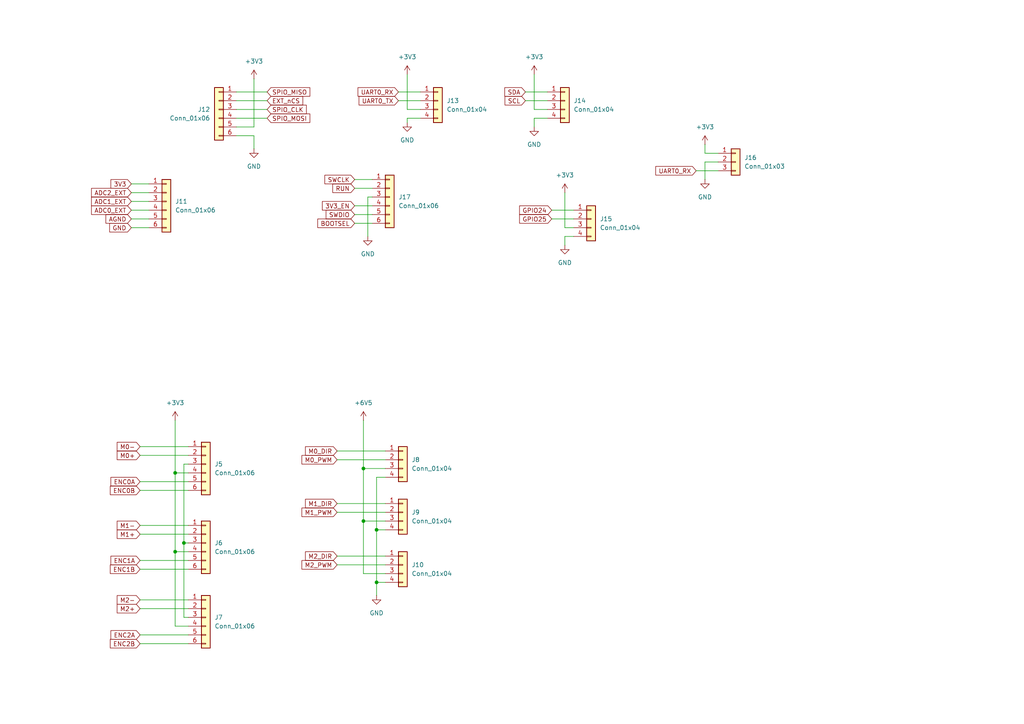
<source format=kicad_sch>
(kicad_sch
	(version 20250114)
	(generator "eeschema")
	(generator_version "9.0")
	(uuid "f1544d6e-3f50-4772-8220-4f4f0e77d1c3")
	(paper "A4")
	(title_block
		(company "Astra Robotics")
	)
	(lib_symbols
		(symbol "Connector_Generic:Conn_01x03"
			(pin_names
				(offset 1.016)
				(hide yes)
			)
			(exclude_from_sim no)
			(in_bom yes)
			(on_board yes)
			(property "Reference" "J"
				(at 0 5.08 0)
				(effects
					(font
						(size 1.27 1.27)
					)
				)
			)
			(property "Value" "Conn_01x03"
				(at 0 -5.08 0)
				(effects
					(font
						(size 1.27 1.27)
					)
				)
			)
			(property "Footprint" ""
				(at 0 0 0)
				(effects
					(font
						(size 1.27 1.27)
					)
					(hide yes)
				)
			)
			(property "Datasheet" "~"
				(at 0 0 0)
				(effects
					(font
						(size 1.27 1.27)
					)
					(hide yes)
				)
			)
			(property "Description" "Generic connector, single row, 01x03, script generated (kicad-library-utils/schlib/autogen/connector/)"
				(at 0 0 0)
				(effects
					(font
						(size 1.27 1.27)
					)
					(hide yes)
				)
			)
			(property "ki_keywords" "connector"
				(at 0 0 0)
				(effects
					(font
						(size 1.27 1.27)
					)
					(hide yes)
				)
			)
			(property "ki_fp_filters" "Connector*:*_1x??_*"
				(at 0 0 0)
				(effects
					(font
						(size 1.27 1.27)
					)
					(hide yes)
				)
			)
			(symbol "Conn_01x03_1_1"
				(rectangle
					(start -1.27 3.81)
					(end 1.27 -3.81)
					(stroke
						(width 0.254)
						(type default)
					)
					(fill
						(type background)
					)
				)
				(rectangle
					(start -1.27 2.667)
					(end 0 2.413)
					(stroke
						(width 0.1524)
						(type default)
					)
					(fill
						(type none)
					)
				)
				(rectangle
					(start -1.27 0.127)
					(end 0 -0.127)
					(stroke
						(width 0.1524)
						(type default)
					)
					(fill
						(type none)
					)
				)
				(rectangle
					(start -1.27 -2.413)
					(end 0 -2.667)
					(stroke
						(width 0.1524)
						(type default)
					)
					(fill
						(type none)
					)
				)
				(pin passive line
					(at -5.08 2.54 0)
					(length 3.81)
					(name "Pin_1"
						(effects
							(font
								(size 1.27 1.27)
							)
						)
					)
					(number "1"
						(effects
							(font
								(size 1.27 1.27)
							)
						)
					)
				)
				(pin passive line
					(at -5.08 0 0)
					(length 3.81)
					(name "Pin_2"
						(effects
							(font
								(size 1.27 1.27)
							)
						)
					)
					(number "2"
						(effects
							(font
								(size 1.27 1.27)
							)
						)
					)
				)
				(pin passive line
					(at -5.08 -2.54 0)
					(length 3.81)
					(name "Pin_3"
						(effects
							(font
								(size 1.27 1.27)
							)
						)
					)
					(number "3"
						(effects
							(font
								(size 1.27 1.27)
							)
						)
					)
				)
			)
			(embedded_fonts no)
		)
		(symbol "Connector_Generic:Conn_01x04"
			(pin_names
				(offset 1.016)
				(hide yes)
			)
			(exclude_from_sim no)
			(in_bom yes)
			(on_board yes)
			(property "Reference" "J"
				(at 0 5.08 0)
				(effects
					(font
						(size 1.27 1.27)
					)
				)
			)
			(property "Value" "Conn_01x04"
				(at 0 -7.62 0)
				(effects
					(font
						(size 1.27 1.27)
					)
				)
			)
			(property "Footprint" ""
				(at 0 0 0)
				(effects
					(font
						(size 1.27 1.27)
					)
					(hide yes)
				)
			)
			(property "Datasheet" "~"
				(at 0 0 0)
				(effects
					(font
						(size 1.27 1.27)
					)
					(hide yes)
				)
			)
			(property "Description" "Generic connector, single row, 01x04, script generated (kicad-library-utils/schlib/autogen/connector/)"
				(at 0 0 0)
				(effects
					(font
						(size 1.27 1.27)
					)
					(hide yes)
				)
			)
			(property "ki_keywords" "connector"
				(at 0 0 0)
				(effects
					(font
						(size 1.27 1.27)
					)
					(hide yes)
				)
			)
			(property "ki_fp_filters" "Connector*:*_1x??_*"
				(at 0 0 0)
				(effects
					(font
						(size 1.27 1.27)
					)
					(hide yes)
				)
			)
			(symbol "Conn_01x04_1_1"
				(rectangle
					(start -1.27 3.81)
					(end 1.27 -6.35)
					(stroke
						(width 0.254)
						(type default)
					)
					(fill
						(type background)
					)
				)
				(rectangle
					(start -1.27 2.667)
					(end 0 2.413)
					(stroke
						(width 0.1524)
						(type default)
					)
					(fill
						(type none)
					)
				)
				(rectangle
					(start -1.27 0.127)
					(end 0 -0.127)
					(stroke
						(width 0.1524)
						(type default)
					)
					(fill
						(type none)
					)
				)
				(rectangle
					(start -1.27 -2.413)
					(end 0 -2.667)
					(stroke
						(width 0.1524)
						(type default)
					)
					(fill
						(type none)
					)
				)
				(rectangle
					(start -1.27 -4.953)
					(end 0 -5.207)
					(stroke
						(width 0.1524)
						(type default)
					)
					(fill
						(type none)
					)
				)
				(pin passive line
					(at -5.08 2.54 0)
					(length 3.81)
					(name "Pin_1"
						(effects
							(font
								(size 1.27 1.27)
							)
						)
					)
					(number "1"
						(effects
							(font
								(size 1.27 1.27)
							)
						)
					)
				)
				(pin passive line
					(at -5.08 0 0)
					(length 3.81)
					(name "Pin_2"
						(effects
							(font
								(size 1.27 1.27)
							)
						)
					)
					(number "2"
						(effects
							(font
								(size 1.27 1.27)
							)
						)
					)
				)
				(pin passive line
					(at -5.08 -2.54 0)
					(length 3.81)
					(name "Pin_3"
						(effects
							(font
								(size 1.27 1.27)
							)
						)
					)
					(number "3"
						(effects
							(font
								(size 1.27 1.27)
							)
						)
					)
				)
				(pin passive line
					(at -5.08 -5.08 0)
					(length 3.81)
					(name "Pin_4"
						(effects
							(font
								(size 1.27 1.27)
							)
						)
					)
					(number "4"
						(effects
							(font
								(size 1.27 1.27)
							)
						)
					)
				)
			)
			(embedded_fonts no)
		)
		(symbol "Connector_Generic:Conn_01x06"
			(pin_names
				(offset 1.016)
				(hide yes)
			)
			(exclude_from_sim no)
			(in_bom yes)
			(on_board yes)
			(property "Reference" "J"
				(at 0 7.62 0)
				(effects
					(font
						(size 1.27 1.27)
					)
				)
			)
			(property "Value" "Conn_01x06"
				(at 0 -10.16 0)
				(effects
					(font
						(size 1.27 1.27)
					)
				)
			)
			(property "Footprint" ""
				(at 0 0 0)
				(effects
					(font
						(size 1.27 1.27)
					)
					(hide yes)
				)
			)
			(property "Datasheet" "~"
				(at 0 0 0)
				(effects
					(font
						(size 1.27 1.27)
					)
					(hide yes)
				)
			)
			(property "Description" "Generic connector, single row, 01x06, script generated (kicad-library-utils/schlib/autogen/connector/)"
				(at 0 0 0)
				(effects
					(font
						(size 1.27 1.27)
					)
					(hide yes)
				)
			)
			(property "ki_keywords" "connector"
				(at 0 0 0)
				(effects
					(font
						(size 1.27 1.27)
					)
					(hide yes)
				)
			)
			(property "ki_fp_filters" "Connector*:*_1x??_*"
				(at 0 0 0)
				(effects
					(font
						(size 1.27 1.27)
					)
					(hide yes)
				)
			)
			(symbol "Conn_01x06_1_1"
				(rectangle
					(start -1.27 6.35)
					(end 1.27 -8.89)
					(stroke
						(width 0.254)
						(type default)
					)
					(fill
						(type background)
					)
				)
				(rectangle
					(start -1.27 5.207)
					(end 0 4.953)
					(stroke
						(width 0.1524)
						(type default)
					)
					(fill
						(type none)
					)
				)
				(rectangle
					(start -1.27 2.667)
					(end 0 2.413)
					(stroke
						(width 0.1524)
						(type default)
					)
					(fill
						(type none)
					)
				)
				(rectangle
					(start -1.27 0.127)
					(end 0 -0.127)
					(stroke
						(width 0.1524)
						(type default)
					)
					(fill
						(type none)
					)
				)
				(rectangle
					(start -1.27 -2.413)
					(end 0 -2.667)
					(stroke
						(width 0.1524)
						(type default)
					)
					(fill
						(type none)
					)
				)
				(rectangle
					(start -1.27 -4.953)
					(end 0 -5.207)
					(stroke
						(width 0.1524)
						(type default)
					)
					(fill
						(type none)
					)
				)
				(rectangle
					(start -1.27 -7.493)
					(end 0 -7.747)
					(stroke
						(width 0.1524)
						(type default)
					)
					(fill
						(type none)
					)
				)
				(pin passive line
					(at -5.08 5.08 0)
					(length 3.81)
					(name "Pin_1"
						(effects
							(font
								(size 1.27 1.27)
							)
						)
					)
					(number "1"
						(effects
							(font
								(size 1.27 1.27)
							)
						)
					)
				)
				(pin passive line
					(at -5.08 2.54 0)
					(length 3.81)
					(name "Pin_2"
						(effects
							(font
								(size 1.27 1.27)
							)
						)
					)
					(number "2"
						(effects
							(font
								(size 1.27 1.27)
							)
						)
					)
				)
				(pin passive line
					(at -5.08 0 0)
					(length 3.81)
					(name "Pin_3"
						(effects
							(font
								(size 1.27 1.27)
							)
						)
					)
					(number "3"
						(effects
							(font
								(size 1.27 1.27)
							)
						)
					)
				)
				(pin passive line
					(at -5.08 -2.54 0)
					(length 3.81)
					(name "Pin_4"
						(effects
							(font
								(size 1.27 1.27)
							)
						)
					)
					(number "4"
						(effects
							(font
								(size 1.27 1.27)
							)
						)
					)
				)
				(pin passive line
					(at -5.08 -5.08 0)
					(length 3.81)
					(name "Pin_5"
						(effects
							(font
								(size 1.27 1.27)
							)
						)
					)
					(number "5"
						(effects
							(font
								(size 1.27 1.27)
							)
						)
					)
				)
				(pin passive line
					(at -5.08 -7.62 0)
					(length 3.81)
					(name "Pin_6"
						(effects
							(font
								(size 1.27 1.27)
							)
						)
					)
					(number "6"
						(effects
							(font
								(size 1.27 1.27)
							)
						)
					)
				)
			)
			(embedded_fonts no)
		)
		(symbol "power:+3V3"
			(power)
			(pin_numbers
				(hide yes)
			)
			(pin_names
				(offset 0)
				(hide yes)
			)
			(exclude_from_sim no)
			(in_bom yes)
			(on_board yes)
			(property "Reference" "#PWR"
				(at 0 -3.81 0)
				(effects
					(font
						(size 1.27 1.27)
					)
					(hide yes)
				)
			)
			(property "Value" "+3V3"
				(at 0 3.556 0)
				(effects
					(font
						(size 1.27 1.27)
					)
				)
			)
			(property "Footprint" ""
				(at 0 0 0)
				(effects
					(font
						(size 1.27 1.27)
					)
					(hide yes)
				)
			)
			(property "Datasheet" ""
				(at 0 0 0)
				(effects
					(font
						(size 1.27 1.27)
					)
					(hide yes)
				)
			)
			(property "Description" "Power symbol creates a global label with name \"+3V3\""
				(at 0 0 0)
				(effects
					(font
						(size 1.27 1.27)
					)
					(hide yes)
				)
			)
			(property "ki_keywords" "global power"
				(at 0 0 0)
				(effects
					(font
						(size 1.27 1.27)
					)
					(hide yes)
				)
			)
			(symbol "+3V3_0_1"
				(polyline
					(pts
						(xy -0.762 1.27) (xy 0 2.54)
					)
					(stroke
						(width 0)
						(type default)
					)
					(fill
						(type none)
					)
				)
				(polyline
					(pts
						(xy 0 2.54) (xy 0.762 1.27)
					)
					(stroke
						(width 0)
						(type default)
					)
					(fill
						(type none)
					)
				)
				(polyline
					(pts
						(xy 0 0) (xy 0 2.54)
					)
					(stroke
						(width 0)
						(type default)
					)
					(fill
						(type none)
					)
				)
			)
			(symbol "+3V3_1_1"
				(pin power_in line
					(at 0 0 90)
					(length 0)
					(name "~"
						(effects
							(font
								(size 1.27 1.27)
							)
						)
					)
					(number "1"
						(effects
							(font
								(size 1.27 1.27)
							)
						)
					)
				)
			)
			(embedded_fonts no)
		)
		(symbol "power:+6V"
			(power)
			(pin_numbers
				(hide yes)
			)
			(pin_names
				(offset 0)
				(hide yes)
			)
			(exclude_from_sim no)
			(in_bom yes)
			(on_board yes)
			(property "Reference" "#PWR"
				(at 0 -3.81 0)
				(effects
					(font
						(size 1.27 1.27)
					)
					(hide yes)
				)
			)
			(property "Value" "+6V"
				(at 0 3.556 0)
				(effects
					(font
						(size 1.27 1.27)
					)
				)
			)
			(property "Footprint" ""
				(at 0 0 0)
				(effects
					(font
						(size 1.27 1.27)
					)
					(hide yes)
				)
			)
			(property "Datasheet" ""
				(at 0 0 0)
				(effects
					(font
						(size 1.27 1.27)
					)
					(hide yes)
				)
			)
			(property "Description" "Power symbol creates a global label with name \"+6V\""
				(at 0 0 0)
				(effects
					(font
						(size 1.27 1.27)
					)
					(hide yes)
				)
			)
			(property "ki_keywords" "global power"
				(at 0 0 0)
				(effects
					(font
						(size 1.27 1.27)
					)
					(hide yes)
				)
			)
			(symbol "+6V_0_1"
				(polyline
					(pts
						(xy -0.762 1.27) (xy 0 2.54)
					)
					(stroke
						(width 0)
						(type default)
					)
					(fill
						(type none)
					)
				)
				(polyline
					(pts
						(xy 0 2.54) (xy 0.762 1.27)
					)
					(stroke
						(width 0)
						(type default)
					)
					(fill
						(type none)
					)
				)
				(polyline
					(pts
						(xy 0 0) (xy 0 2.54)
					)
					(stroke
						(width 0)
						(type default)
					)
					(fill
						(type none)
					)
				)
			)
			(symbol "+6V_1_1"
				(pin power_in line
					(at 0 0 90)
					(length 0)
					(name "~"
						(effects
							(font
								(size 1.27 1.27)
							)
						)
					)
					(number "1"
						(effects
							(font
								(size 1.27 1.27)
							)
						)
					)
				)
			)
			(embedded_fonts no)
		)
		(symbol "power:GND"
			(power)
			(pin_numbers
				(hide yes)
			)
			(pin_names
				(offset 0)
				(hide yes)
			)
			(exclude_from_sim no)
			(in_bom yes)
			(on_board yes)
			(property "Reference" "#PWR"
				(at 0 -6.35 0)
				(effects
					(font
						(size 1.27 1.27)
					)
					(hide yes)
				)
			)
			(property "Value" "GND"
				(at 0 -3.81 0)
				(effects
					(font
						(size 1.27 1.27)
					)
				)
			)
			(property "Footprint" ""
				(at 0 0 0)
				(effects
					(font
						(size 1.27 1.27)
					)
					(hide yes)
				)
			)
			(property "Datasheet" ""
				(at 0 0 0)
				(effects
					(font
						(size 1.27 1.27)
					)
					(hide yes)
				)
			)
			(property "Description" "Power symbol creates a global label with name \"GND\" , ground"
				(at 0 0 0)
				(effects
					(font
						(size 1.27 1.27)
					)
					(hide yes)
				)
			)
			(property "ki_keywords" "global power"
				(at 0 0 0)
				(effects
					(font
						(size 1.27 1.27)
					)
					(hide yes)
				)
			)
			(symbol "GND_0_1"
				(polyline
					(pts
						(xy 0 0) (xy 0 -1.27) (xy 1.27 -1.27) (xy 0 -2.54) (xy -1.27 -1.27) (xy 0 -1.27)
					)
					(stroke
						(width 0)
						(type default)
					)
					(fill
						(type none)
					)
				)
			)
			(symbol "GND_1_1"
				(pin power_in line
					(at 0 0 270)
					(length 0)
					(name "~"
						(effects
							(font
								(size 1.27 1.27)
							)
						)
					)
					(number "1"
						(effects
							(font
								(size 1.27 1.27)
							)
						)
					)
				)
			)
			(embedded_fonts no)
		)
	)
	(junction
		(at 109.22 168.91)
		(diameter 0)
		(color 0 0 0 0)
		(uuid "01f2506c-03f0-498f-836c-c90a421ec272")
	)
	(junction
		(at 53.34 157.48)
		(diameter 0)
		(color 0 0 0 0)
		(uuid "9526f7c8-5a19-427f-819a-467b50f8a608")
	)
	(junction
		(at 105.41 135.89)
		(diameter 0)
		(color 0 0 0 0)
		(uuid "bb85a1b4-84f1-4b18-ba75-fbde679f4c2f")
	)
	(junction
		(at 105.41 151.13)
		(diameter 0)
		(color 0 0 0 0)
		(uuid "d075496d-6860-4632-ac1e-e006f7349a87")
	)
	(junction
		(at 50.8 160.02)
		(diameter 0)
		(color 0 0 0 0)
		(uuid "df26bae3-d5ca-4f08-ba4d-7e549f1860a0")
	)
	(junction
		(at 50.8 137.16)
		(diameter 0)
		(color 0 0 0 0)
		(uuid "e601b57b-f91d-4e61-aab9-0de02b7767e8")
	)
	(junction
		(at 109.22 153.67)
		(diameter 0)
		(color 0 0 0 0)
		(uuid "f270b537-7b37-4102-9fa8-67b9ff5a2012")
	)
	(wire
		(pts
			(xy 50.8 137.16) (xy 54.61 137.16)
		)
		(stroke
			(width 0)
			(type default)
		)
		(uuid "0001bd46-a6e7-46eb-ba1e-5003c3fed05d")
	)
	(wire
		(pts
			(xy 54.61 160.02) (xy 50.8 160.02)
		)
		(stroke
			(width 0)
			(type default)
		)
		(uuid "01785d4e-0f3a-421e-8f34-2ece7943c736")
	)
	(wire
		(pts
			(xy 154.94 21.59) (xy 154.94 31.75)
		)
		(stroke
			(width 0)
			(type default)
		)
		(uuid "047990ab-d92c-4255-a6f8-cfb9fecf24d5")
	)
	(wire
		(pts
			(xy 97.79 148.59) (xy 111.76 148.59)
		)
		(stroke
			(width 0)
			(type default)
		)
		(uuid "074ab4ca-84ed-480e-bc1c-9bc6ab176bb3")
	)
	(wire
		(pts
			(xy 40.64 152.4) (xy 54.61 152.4)
		)
		(stroke
			(width 0)
			(type default)
		)
		(uuid "09962d6c-389e-48d4-82f0-bd4d5253b0fc")
	)
	(wire
		(pts
			(xy 152.4 26.67) (xy 158.75 26.67)
		)
		(stroke
			(width 0)
			(type default)
		)
		(uuid "09fca796-d245-497b-8757-843fcf826338")
	)
	(wire
		(pts
			(xy 38.1 53.34) (xy 43.18 53.34)
		)
		(stroke
			(width 0)
			(type default)
		)
		(uuid "152d42fd-a6c6-49af-8b83-5cacf3424918")
	)
	(wire
		(pts
			(xy 38.1 66.04) (xy 43.18 66.04)
		)
		(stroke
			(width 0)
			(type default)
		)
		(uuid "1a6299b7-8ccf-49ad-9146-98330f5ee764")
	)
	(wire
		(pts
			(xy 154.94 34.29) (xy 158.75 34.29)
		)
		(stroke
			(width 0)
			(type default)
		)
		(uuid "1cfeebd5-68d5-4ab8-adea-a66133d2b050")
	)
	(wire
		(pts
			(xy 118.11 35.56) (xy 118.11 34.29)
		)
		(stroke
			(width 0)
			(type default)
		)
		(uuid "1f89fa68-ebfe-4440-8ec6-71762834700d")
	)
	(wire
		(pts
			(xy 68.58 26.67) (xy 77.47 26.67)
		)
		(stroke
			(width 0)
			(type default)
		)
		(uuid "1f983b25-f743-4f4e-a352-48cf53dd2eba")
	)
	(wire
		(pts
			(xy 54.61 134.62) (xy 53.34 134.62)
		)
		(stroke
			(width 0)
			(type default)
		)
		(uuid "21834762-dd91-4297-9fa4-60aef04da555")
	)
	(wire
		(pts
			(xy 68.58 34.29) (xy 77.47 34.29)
		)
		(stroke
			(width 0)
			(type default)
		)
		(uuid "2244a0ec-23da-4c62-993c-7e6ae3aaf63a")
	)
	(wire
		(pts
			(xy 40.64 184.15) (xy 54.61 184.15)
		)
		(stroke
			(width 0)
			(type default)
		)
		(uuid "2de7b17f-15b5-4b85-a737-7339c067b18d")
	)
	(wire
		(pts
			(xy 201.93 49.53) (xy 208.28 49.53)
		)
		(stroke
			(width 0)
			(type default)
		)
		(uuid "2f6950fd-37cb-40ae-a90d-c6e41cdfa8d1")
	)
	(wire
		(pts
			(xy 97.79 163.83) (xy 111.76 163.83)
		)
		(stroke
			(width 0)
			(type default)
		)
		(uuid "34a6a183-5ccd-4547-851f-85bbf7a9b7bb")
	)
	(wire
		(pts
			(xy 109.22 138.43) (xy 109.22 153.67)
		)
		(stroke
			(width 0)
			(type default)
		)
		(uuid "365d0b5c-0f03-48c6-a8d4-876497247c22")
	)
	(wire
		(pts
			(xy 53.34 134.62) (xy 53.34 157.48)
		)
		(stroke
			(width 0)
			(type default)
		)
		(uuid "372f957e-390e-46a0-bb2a-ba9be09b3d31")
	)
	(wire
		(pts
			(xy 40.64 154.94) (xy 54.61 154.94)
		)
		(stroke
			(width 0)
			(type default)
		)
		(uuid "3822207c-2853-4836-b80a-6c6831ca9842")
	)
	(wire
		(pts
			(xy 40.64 173.99) (xy 54.61 173.99)
		)
		(stroke
			(width 0)
			(type default)
		)
		(uuid "3bba6c97-1524-4b6a-9d64-5be9e62ed540")
	)
	(wire
		(pts
			(xy 154.94 36.83) (xy 154.94 34.29)
		)
		(stroke
			(width 0)
			(type default)
		)
		(uuid "3bc0c6e6-094e-4154-a0ed-ec1d31c932f8")
	)
	(wire
		(pts
			(xy 68.58 36.83) (xy 73.66 36.83)
		)
		(stroke
			(width 0)
			(type default)
		)
		(uuid "4204d2c9-d7c2-4271-8ac5-b5af0e58a39a")
	)
	(wire
		(pts
			(xy 40.64 186.69) (xy 54.61 186.69)
		)
		(stroke
			(width 0)
			(type default)
		)
		(uuid "42582d11-443b-472a-a674-2288e579f423")
	)
	(wire
		(pts
			(xy 68.58 29.21) (xy 77.47 29.21)
		)
		(stroke
			(width 0)
			(type default)
		)
		(uuid "45bca144-b485-4349-8506-630f026828dc")
	)
	(wire
		(pts
			(xy 106.68 68.58) (xy 106.68 57.15)
		)
		(stroke
			(width 0)
			(type default)
		)
		(uuid "46a91ae7-06e6-4c4e-b661-8084584818a0")
	)
	(wire
		(pts
			(xy 118.11 31.75) (xy 121.92 31.75)
		)
		(stroke
			(width 0)
			(type default)
		)
		(uuid "4760d955-79cd-4ee9-a137-81a020864497")
	)
	(wire
		(pts
			(xy 50.8 181.61) (xy 50.8 160.02)
		)
		(stroke
			(width 0)
			(type default)
		)
		(uuid "4947be07-6239-4dd5-8a5b-02f660860ef6")
	)
	(wire
		(pts
			(xy 158.75 29.21) (xy 152.4 29.21)
		)
		(stroke
			(width 0)
			(type default)
		)
		(uuid "4dac5495-2d08-4f5f-b28b-3f120397c78b")
	)
	(wire
		(pts
			(xy 105.41 135.89) (xy 111.76 135.89)
		)
		(stroke
			(width 0)
			(type default)
		)
		(uuid "5464dc3f-e7f8-4746-bb4a-15aaacfca6cd")
	)
	(wire
		(pts
			(xy 111.76 138.43) (xy 109.22 138.43)
		)
		(stroke
			(width 0)
			(type default)
		)
		(uuid "55a9c418-ead2-40fe-b6ff-bc6638af3ee9")
	)
	(wire
		(pts
			(xy 163.83 66.04) (xy 166.37 66.04)
		)
		(stroke
			(width 0)
			(type default)
		)
		(uuid "6088dc18-0547-4f0e-8c8e-27881e9e3280")
	)
	(wire
		(pts
			(xy 40.64 129.54) (xy 54.61 129.54)
		)
		(stroke
			(width 0)
			(type default)
		)
		(uuid "69381140-6a9d-4aaf-bb61-cfa12cc4d92a")
	)
	(wire
		(pts
			(xy 102.87 54.61) (xy 107.95 54.61)
		)
		(stroke
			(width 0)
			(type default)
		)
		(uuid "76c2b54a-8476-4f11-ad95-fdf88570f540")
	)
	(wire
		(pts
			(xy 40.64 142.24) (xy 54.61 142.24)
		)
		(stroke
			(width 0)
			(type default)
		)
		(uuid "76df1720-f89c-45cd-89dc-d9e832666f25")
	)
	(wire
		(pts
			(xy 163.83 68.58) (xy 166.37 68.58)
		)
		(stroke
			(width 0)
			(type default)
		)
		(uuid "792a3b4b-a86f-457d-859c-8d570917c53a")
	)
	(wire
		(pts
			(xy 38.1 58.42) (xy 43.18 58.42)
		)
		(stroke
			(width 0)
			(type default)
		)
		(uuid "79afc205-5863-477a-b52f-2b64b835d9b8")
	)
	(wire
		(pts
			(xy 115.57 29.21) (xy 121.92 29.21)
		)
		(stroke
			(width 0)
			(type default)
		)
		(uuid "7c16e6fd-0b5a-4b2d-ae41-e065be8b10bb")
	)
	(wire
		(pts
			(xy 109.22 153.67) (xy 109.22 168.91)
		)
		(stroke
			(width 0)
			(type default)
		)
		(uuid "7c6275c3-2100-4213-b574-e7dc7142c65f")
	)
	(wire
		(pts
			(xy 106.68 57.15) (xy 107.95 57.15)
		)
		(stroke
			(width 0)
			(type default)
		)
		(uuid "7e3e39a5-a7a2-4d55-824c-1e41a92a60c6")
	)
	(wire
		(pts
			(xy 68.58 31.75) (xy 77.47 31.75)
		)
		(stroke
			(width 0)
			(type default)
		)
		(uuid "7e8855ee-6fdd-4565-a07a-01b9250d1a8d")
	)
	(wire
		(pts
			(xy 204.47 46.99) (xy 204.47 52.07)
		)
		(stroke
			(width 0)
			(type default)
		)
		(uuid "7f057fd1-b5e3-4f38-a5c4-a96eb719bfa2")
	)
	(wire
		(pts
			(xy 97.79 130.81) (xy 111.76 130.81)
		)
		(stroke
			(width 0)
			(type default)
		)
		(uuid "82e6c609-32d5-4812-853e-923578fdf8f0")
	)
	(wire
		(pts
			(xy 40.64 132.08) (xy 54.61 132.08)
		)
		(stroke
			(width 0)
			(type default)
		)
		(uuid "8317ef2f-186b-4125-a6a9-1abe236ebf3c")
	)
	(wire
		(pts
			(xy 154.94 31.75) (xy 158.75 31.75)
		)
		(stroke
			(width 0)
			(type default)
		)
		(uuid "8437e172-61bd-45cd-9e6d-9cc310878186")
	)
	(wire
		(pts
			(xy 53.34 179.07) (xy 54.61 179.07)
		)
		(stroke
			(width 0)
			(type default)
		)
		(uuid "89446432-51f0-4efe-aa3a-3e3f6f01c760")
	)
	(wire
		(pts
			(xy 40.64 176.53) (xy 54.61 176.53)
		)
		(stroke
			(width 0)
			(type default)
		)
		(uuid "8b8b42f8-d89b-4ac0-a61c-a122499f0b37")
	)
	(wire
		(pts
			(xy 97.79 161.29) (xy 111.76 161.29)
		)
		(stroke
			(width 0)
			(type default)
		)
		(uuid "8d668d8c-2d08-40ee-8542-20726244c5a3")
	)
	(wire
		(pts
			(xy 109.22 153.67) (xy 111.76 153.67)
		)
		(stroke
			(width 0)
			(type default)
		)
		(uuid "8d8a04da-36d8-49b2-a7d6-1dd7b155ebe1")
	)
	(wire
		(pts
			(xy 111.76 166.37) (xy 105.41 166.37)
		)
		(stroke
			(width 0)
			(type default)
		)
		(uuid "8e41de7e-2e84-4e37-bb9e-b7b4237a1bb6")
	)
	(wire
		(pts
			(xy 73.66 36.83) (xy 73.66 22.86)
		)
		(stroke
			(width 0)
			(type default)
		)
		(uuid "950c9ddf-b20e-4384-a9d8-67d24f057d60")
	)
	(wire
		(pts
			(xy 204.47 44.45) (xy 208.28 44.45)
		)
		(stroke
			(width 0)
			(type default)
		)
		(uuid "95ddec74-26db-400f-a16c-f7074560127c")
	)
	(wire
		(pts
			(xy 118.11 21.59) (xy 118.11 31.75)
		)
		(stroke
			(width 0)
			(type default)
		)
		(uuid "97ba8d0b-5342-492f-8537-495e077a9dea")
	)
	(wire
		(pts
			(xy 102.87 59.69) (xy 107.95 59.69)
		)
		(stroke
			(width 0)
			(type default)
		)
		(uuid "996cc04a-e446-4abc-a4f5-33efa0394e8c")
	)
	(wire
		(pts
			(xy 102.87 62.23) (xy 107.95 62.23)
		)
		(stroke
			(width 0)
			(type default)
		)
		(uuid "9b770d2a-83fc-4261-b877-7a5b28b9b93c")
	)
	(wire
		(pts
			(xy 68.58 39.37) (xy 73.66 39.37)
		)
		(stroke
			(width 0)
			(type default)
		)
		(uuid "9eabb351-728e-45df-b384-dd9bfebe81c0")
	)
	(wire
		(pts
			(xy 160.02 63.5) (xy 166.37 63.5)
		)
		(stroke
			(width 0)
			(type default)
		)
		(uuid "9fa948c4-4d74-43d8-a83b-8554ce8969bb")
	)
	(wire
		(pts
			(xy 102.87 52.07) (xy 107.95 52.07)
		)
		(stroke
			(width 0)
			(type default)
		)
		(uuid "9ff63904-08a3-439a-b110-1f3188b71e95")
	)
	(wire
		(pts
			(xy 102.87 64.77) (xy 107.95 64.77)
		)
		(stroke
			(width 0)
			(type default)
		)
		(uuid "a43b5142-0046-4371-b676-4ef767af3f32")
	)
	(wire
		(pts
			(xy 40.64 165.1) (xy 54.61 165.1)
		)
		(stroke
			(width 0)
			(type default)
		)
		(uuid "a6f2d86c-8d5c-4138-90b8-e5ec38aa5870")
	)
	(wire
		(pts
			(xy 105.41 121.92) (xy 105.41 135.89)
		)
		(stroke
			(width 0)
			(type default)
		)
		(uuid "b12a6d99-a640-4729-91e9-4649e96da334")
	)
	(wire
		(pts
			(xy 160.02 60.96) (xy 166.37 60.96)
		)
		(stroke
			(width 0)
			(type default)
		)
		(uuid "b66aed67-cd56-4d2a-aa36-db4fb4aa6350")
	)
	(wire
		(pts
			(xy 54.61 181.61) (xy 50.8 181.61)
		)
		(stroke
			(width 0)
			(type default)
		)
		(uuid "bbca1b75-1ee5-4c0d-824d-8473cf651dc2")
	)
	(wire
		(pts
			(xy 50.8 160.02) (xy 50.8 137.16)
		)
		(stroke
			(width 0)
			(type default)
		)
		(uuid "bbd35feb-484b-4ba1-8176-afdbbd32727a")
	)
	(wire
		(pts
			(xy 163.83 55.88) (xy 163.83 66.04)
		)
		(stroke
			(width 0)
			(type default)
		)
		(uuid "c50335fe-ca9d-4016-8085-3cda3fcac415")
	)
	(wire
		(pts
			(xy 109.22 168.91) (xy 109.22 172.72)
		)
		(stroke
			(width 0)
			(type default)
		)
		(uuid "c6640dbb-3451-4534-b245-be29abe22aa8")
	)
	(wire
		(pts
			(xy 204.47 46.99) (xy 208.28 46.99)
		)
		(stroke
			(width 0)
			(type default)
		)
		(uuid "c82abfb6-b43c-4ecf-b5c3-2b598d37aa7b")
	)
	(wire
		(pts
			(xy 163.83 71.12) (xy 163.83 68.58)
		)
		(stroke
			(width 0)
			(type default)
		)
		(uuid "c84b9067-4998-4333-81cd-07434931abd5")
	)
	(wire
		(pts
			(xy 118.11 34.29) (xy 121.92 34.29)
		)
		(stroke
			(width 0)
			(type default)
		)
		(uuid "d38efe47-cbb5-40fb-b9a6-2c4ebf111a16")
	)
	(wire
		(pts
			(xy 105.41 151.13) (xy 105.41 135.89)
		)
		(stroke
			(width 0)
			(type default)
		)
		(uuid "d7b97f5c-cf33-4865-9dfe-dddd89f0b560")
	)
	(wire
		(pts
			(xy 38.1 55.88) (xy 43.18 55.88)
		)
		(stroke
			(width 0)
			(type default)
		)
		(uuid "d9e0a182-6057-42d1-bb79-6b8f587c6a8b")
	)
	(wire
		(pts
			(xy 105.41 166.37) (xy 105.41 151.13)
		)
		(stroke
			(width 0)
			(type default)
		)
		(uuid "daaca8cf-b85c-4afb-a628-525375444432")
	)
	(wire
		(pts
			(xy 73.66 39.37) (xy 73.66 43.18)
		)
		(stroke
			(width 0)
			(type default)
		)
		(uuid "dde0687b-58f8-4e30-9d6f-3b4c40ab86c9")
	)
	(wire
		(pts
			(xy 204.47 41.91) (xy 204.47 44.45)
		)
		(stroke
			(width 0)
			(type default)
		)
		(uuid "dec08cf7-7053-4fb4-bc15-9233c8dd2d63")
	)
	(wire
		(pts
			(xy 40.64 139.7) (xy 54.61 139.7)
		)
		(stroke
			(width 0)
			(type default)
		)
		(uuid "e001d1d0-6ffc-49bf-9c16-29330895bac4")
	)
	(wire
		(pts
			(xy 109.22 168.91) (xy 111.76 168.91)
		)
		(stroke
			(width 0)
			(type default)
		)
		(uuid "e4685697-ec9c-4882-ad86-ebb88937f3f3")
	)
	(wire
		(pts
			(xy 53.34 157.48) (xy 53.34 179.07)
		)
		(stroke
			(width 0)
			(type default)
		)
		(uuid "e74b2979-0334-4df9-a2da-46b77b311e6c")
	)
	(wire
		(pts
			(xy 50.8 121.92) (xy 50.8 137.16)
		)
		(stroke
			(width 0)
			(type default)
		)
		(uuid "e858f8e9-64f7-423e-8037-f95d2ef5bf1d")
	)
	(wire
		(pts
			(xy 115.57 26.67) (xy 121.92 26.67)
		)
		(stroke
			(width 0)
			(type default)
		)
		(uuid "e96391b1-d4a1-4614-87fc-2aa7411c0219")
	)
	(wire
		(pts
			(xy 38.1 60.96) (xy 43.18 60.96)
		)
		(stroke
			(width 0)
			(type default)
		)
		(uuid "ec421166-8e0d-4ecb-a3b5-5664775675a2")
	)
	(wire
		(pts
			(xy 38.1 63.5) (xy 43.18 63.5)
		)
		(stroke
			(width 0)
			(type default)
		)
		(uuid "ed886255-da71-4522-84b7-2e31965091fd")
	)
	(wire
		(pts
			(xy 54.61 157.48) (xy 53.34 157.48)
		)
		(stroke
			(width 0)
			(type default)
		)
		(uuid "ef2dc1ab-5628-43f2-938a-2a030722b9b4")
	)
	(wire
		(pts
			(xy 97.79 146.05) (xy 111.76 146.05)
		)
		(stroke
			(width 0)
			(type default)
		)
		(uuid "f250041a-b0ac-4a0d-b5cf-4e67424bdbe1")
	)
	(wire
		(pts
			(xy 40.64 162.56) (xy 54.61 162.56)
		)
		(stroke
			(width 0)
			(type default)
		)
		(uuid "f5bfbe24-7439-414e-9268-f224d1a7bcd3")
	)
	(wire
		(pts
			(xy 97.79 133.35) (xy 111.76 133.35)
		)
		(stroke
			(width 0)
			(type default)
		)
		(uuid "f722413b-a89a-4366-ac72-d6bcf449ace8")
	)
	(wire
		(pts
			(xy 111.76 151.13) (xy 105.41 151.13)
		)
		(stroke
			(width 0)
			(type default)
		)
		(uuid "f7ded184-9556-429e-980b-fa07150fd265")
	)
	(global_label "M1-"
		(shape input)
		(at 40.64 152.4 180)
		(fields_autoplaced yes)
		(effects
			(font
				(size 1.27 1.27)
			)
			(justify right)
		)
		(uuid "0e8b9249-b7c9-4bd1-aca0-4b42f3ccfa27")
		(property "Intersheetrefs" "${INTERSHEET_REFS}"
			(at 33.4215 152.4 0)
			(effects
				(font
					(size 1.27 1.27)
				)
				(justify right)
				(hide yes)
			)
		)
	)
	(global_label "M1+"
		(shape input)
		(at 40.64 154.94 180)
		(fields_autoplaced yes)
		(effects
			(font
				(size 1.27 1.27)
			)
			(justify right)
		)
		(uuid "18be68c5-8280-4bce-9875-b962569eecfe")
		(property "Intersheetrefs" "${INTERSHEET_REFS}"
			(at 33.4215 154.94 0)
			(effects
				(font
					(size 1.27 1.27)
				)
				(justify right)
				(hide yes)
			)
		)
	)
	(global_label "M0_DIR"
		(shape input)
		(at 97.79 130.81 180)
		(fields_autoplaced yes)
		(effects
			(font
				(size 1.27 1.27)
			)
			(justify right)
		)
		(uuid "1e08faef-ed42-40a8-8515-34b94fb93292")
		(property "Intersheetrefs" "${INTERSHEET_REFS}"
			(at 88.0315 130.81 0)
			(effects
				(font
					(size 1.27 1.27)
				)
				(justify right)
				(hide yes)
			)
		)
	)
	(global_label "SPIO_MOSI"
		(shape input)
		(at 77.47 34.29 0)
		(fields_autoplaced yes)
		(effects
			(font
				(size 1.27 1.27)
			)
			(justify left)
		)
		(uuid "25682238-ef35-431c-9ad7-54c0735e1700")
		(property "Intersheetrefs" "${INTERSHEET_REFS}"
			(at 90.4338 34.29 0)
			(effects
				(font
					(size 1.27 1.27)
				)
				(justify left)
				(hide yes)
			)
		)
	)
	(global_label "ENC2B"
		(shape input)
		(at 40.64 186.69 180)
		(fields_autoplaced yes)
		(effects
			(font
				(size 1.27 1.27)
			)
			(justify right)
		)
		(uuid "2a18d572-142e-4fd3-8ba0-12cfbfaf4d99")
		(property "Intersheetrefs" "${INTERSHEET_REFS}"
			(at 31.4258 186.69 0)
			(effects
				(font
					(size 1.27 1.27)
				)
				(justify right)
				(hide yes)
			)
		)
	)
	(global_label "ENC0A"
		(shape input)
		(at 40.64 139.7 180)
		(fields_autoplaced yes)
		(effects
			(font
				(size 1.27 1.27)
			)
			(justify right)
		)
		(uuid "2bca439e-bab2-4feb-9d8c-ae223308b9e9")
		(property "Intersheetrefs" "${INTERSHEET_REFS}"
			(at 31.6072 139.7 0)
			(effects
				(font
					(size 1.27 1.27)
				)
				(justify right)
				(hide yes)
			)
		)
	)
	(global_label "SDA"
		(shape input)
		(at 152.4 26.67 180)
		(fields_autoplaced yes)
		(effects
			(font
				(size 1.27 1.27)
			)
			(justify right)
		)
		(uuid "414620d8-58d2-47ad-8e73-ff7a66fe8855")
		(property "Intersheetrefs" "${INTERSHEET_REFS}"
			(at 145.8467 26.67 0)
			(effects
				(font
					(size 1.27 1.27)
				)
				(justify right)
				(hide yes)
			)
		)
	)
	(global_label "M2+"
		(shape input)
		(at 40.64 176.53 180)
		(fields_autoplaced yes)
		(effects
			(font
				(size 1.27 1.27)
			)
			(justify right)
		)
		(uuid "466ab67a-cc6d-4c72-9a55-ad4856e114a9")
		(property "Intersheetrefs" "${INTERSHEET_REFS}"
			(at 33.4215 176.53 0)
			(effects
				(font
					(size 1.27 1.27)
				)
				(justify right)
				(hide yes)
			)
		)
	)
	(global_label "M2-"
		(shape input)
		(at 40.64 173.99 180)
		(fields_autoplaced yes)
		(effects
			(font
				(size 1.27 1.27)
			)
			(justify right)
		)
		(uuid "4bd7349c-40b9-4a29-b001-ffac90d73eae")
		(property "Intersheetrefs" "${INTERSHEET_REFS}"
			(at 33.4215 173.99 0)
			(effects
				(font
					(size 1.27 1.27)
				)
				(justify right)
				(hide yes)
			)
		)
	)
	(global_label "SPIO_CLK"
		(shape input)
		(at 77.47 31.75 0)
		(fields_autoplaced yes)
		(effects
			(font
				(size 1.27 1.27)
			)
			(justify left)
		)
		(uuid "53f138b1-4f90-4189-9c42-4857c7394bbf")
		(property "Intersheetrefs" "${INTERSHEET_REFS}"
			(at 89.4057 31.75 0)
			(effects
				(font
					(size 1.27 1.27)
				)
				(justify left)
				(hide yes)
			)
		)
	)
	(global_label "SWCLK"
		(shape input)
		(at 102.87 52.07 180)
		(fields_autoplaced yes)
		(effects
			(font
				(size 1.27 1.27)
			)
			(justify right)
		)
		(uuid "5c0aef5e-83ac-476c-8b07-bc072337d32b")
		(property "Intersheetrefs" "${INTERSHEET_REFS}"
			(at 93.6558 52.07 0)
			(effects
				(font
					(size 1.27 1.27)
				)
				(justify right)
				(hide yes)
			)
		)
	)
	(global_label "ADC0_EXT"
		(shape input)
		(at 38.1 60.96 180)
		(fields_autoplaced yes)
		(effects
			(font
				(size 1.27 1.27)
			)
			(justify right)
		)
		(uuid "5c4f881a-7ee9-4b2b-94ec-e42a4149b1ac")
		(property "Intersheetrefs" "${INTERSHEET_REFS}"
			(at 25.983 60.96 0)
			(effects
				(font
					(size 1.27 1.27)
				)
				(justify right)
				(hide yes)
			)
		)
	)
	(global_label "M1_DIR"
		(shape input)
		(at 97.79 146.05 180)
		(fields_autoplaced yes)
		(effects
			(font
				(size 1.27 1.27)
			)
			(justify right)
		)
		(uuid "644a6069-2113-44e0-bd4c-fe61f5467fab")
		(property "Intersheetrefs" "${INTERSHEET_REFS}"
			(at 88.0315 146.05 0)
			(effects
				(font
					(size 1.27 1.27)
				)
				(justify right)
				(hide yes)
			)
		)
	)
	(global_label "ADC2_EXT"
		(shape input)
		(at 38.1 55.88 180)
		(fields_autoplaced yes)
		(effects
			(font
				(size 1.27 1.27)
			)
			(justify right)
		)
		(uuid "6a09cc78-49bd-4d12-bf23-aa64f6bd72af")
		(property "Intersheetrefs" "${INTERSHEET_REFS}"
			(at 25.983 55.88 0)
			(effects
				(font
					(size 1.27 1.27)
				)
				(justify right)
				(hide yes)
			)
		)
	)
	(global_label "SPIO_MISO"
		(shape input)
		(at 77.47 26.67 0)
		(fields_autoplaced yes)
		(effects
			(font
				(size 1.27 1.27)
			)
			(justify left)
		)
		(uuid "762cdcf7-26b6-4e0d-b910-a37055c4504e")
		(property "Intersheetrefs" "${INTERSHEET_REFS}"
			(at 90.4338 26.67 0)
			(effects
				(font
					(size 1.27 1.27)
				)
				(justify left)
				(hide yes)
			)
		)
	)
	(global_label "ENC2A"
		(shape input)
		(at 40.64 184.15 180)
		(fields_autoplaced yes)
		(effects
			(font
				(size 1.27 1.27)
			)
			(justify right)
		)
		(uuid "7b6c0778-bfe8-4eb8-9057-807fd571905c")
		(property "Intersheetrefs" "${INTERSHEET_REFS}"
			(at 31.6072 184.15 0)
			(effects
				(font
					(size 1.27 1.27)
				)
				(justify right)
				(hide yes)
			)
		)
	)
	(global_label "M2_PWM"
		(shape input)
		(at 97.79 163.83 180)
		(fields_autoplaced yes)
		(effects
			(font
				(size 1.27 1.27)
			)
			(justify right)
		)
		(uuid "7fb994b2-7da6-4750-98c8-ce37db64d80d")
		(property "Intersheetrefs" "${INTERSHEET_REFS}"
			(at 87.0035 163.83 0)
			(effects
				(font
					(size 1.27 1.27)
				)
				(justify right)
				(hide yes)
			)
		)
	)
	(global_label "GPIO24"
		(shape input)
		(at 160.02 60.96 180)
		(fields_autoplaced yes)
		(effects
			(font
				(size 1.27 1.27)
			)
			(justify right)
		)
		(uuid "86b8c532-4b85-4aca-b4d5-83bc7dd9e8eb")
		(property "Intersheetrefs" "${INTERSHEET_REFS}"
			(at 150.1405 60.96 0)
			(effects
				(font
					(size 1.27 1.27)
				)
				(justify right)
				(hide yes)
			)
		)
	)
	(global_label "SCL"
		(shape input)
		(at 152.4 29.21 180)
		(fields_autoplaced yes)
		(effects
			(font
				(size 1.27 1.27)
			)
			(justify right)
		)
		(uuid "9067442e-f555-429b-945b-1a1598f023c8")
		(property "Intersheetrefs" "${INTERSHEET_REFS}"
			(at 145.9072 29.21 0)
			(effects
				(font
					(size 1.27 1.27)
				)
				(justify right)
				(hide yes)
			)
		)
	)
	(global_label "M2_DIR"
		(shape input)
		(at 97.79 161.29 180)
		(fields_autoplaced yes)
		(effects
			(font
				(size 1.27 1.27)
			)
			(justify right)
		)
		(uuid "90b3b2c0-07b1-41e4-b402-fcde24a3c514")
		(property "Intersheetrefs" "${INTERSHEET_REFS}"
			(at 88.0315 161.29 0)
			(effects
				(font
					(size 1.27 1.27)
				)
				(justify right)
				(hide yes)
			)
		)
	)
	(global_label "UART0_RX"
		(shape input)
		(at 201.93 49.53 180)
		(fields_autoplaced yes)
		(effects
			(font
				(size 1.27 1.27)
			)
			(justify right)
		)
		(uuid "969810a3-0967-4874-a335-d7434a3cbb35")
		(property "Intersheetrefs" "${INTERSHEET_REFS}"
			(at 189.6315 49.53 0)
			(effects
				(font
					(size 1.27 1.27)
				)
				(justify right)
				(hide yes)
			)
		)
	)
	(global_label "EXT_nCS"
		(shape input)
		(at 77.47 29.21 0)
		(fields_autoplaced yes)
		(effects
			(font
				(size 1.27 1.27)
			)
			(justify left)
		)
		(uuid "9703ec46-7d15-4a6f-80ad-23b9704f1660")
		(property "Intersheetrefs" "${INTERSHEET_REFS}"
			(at 88.3774 29.21 0)
			(effects
				(font
					(size 1.27 1.27)
				)
				(justify left)
				(hide yes)
			)
		)
	)
	(global_label "M0-"
		(shape input)
		(at 40.64 129.54 180)
		(fields_autoplaced yes)
		(effects
			(font
				(size 1.27 1.27)
			)
			(justify right)
		)
		(uuid "985b3437-47bc-48e4-99f4-9f58662dd635")
		(property "Intersheetrefs" "${INTERSHEET_REFS}"
			(at 33.4215 129.54 0)
			(effects
				(font
					(size 1.27 1.27)
				)
				(justify right)
				(hide yes)
			)
		)
	)
	(global_label "ENC1A"
		(shape input)
		(at 40.64 162.56 180)
		(fields_autoplaced yes)
		(effects
			(font
				(size 1.27 1.27)
			)
			(justify right)
		)
		(uuid "aaf3d921-f073-4c09-85be-e3673709e62a")
		(property "Intersheetrefs" "${INTERSHEET_REFS}"
			(at 31.6072 162.56 0)
			(effects
				(font
					(size 1.27 1.27)
				)
				(justify right)
				(hide yes)
			)
		)
	)
	(global_label "M0+"
		(shape input)
		(at 40.64 132.08 180)
		(fields_autoplaced yes)
		(effects
			(font
				(size 1.27 1.27)
			)
			(justify right)
		)
		(uuid "ac142efa-6375-42c0-9984-fd8130b8e8a4")
		(property "Intersheetrefs" "${INTERSHEET_REFS}"
			(at 33.4215 132.08 0)
			(effects
				(font
					(size 1.27 1.27)
				)
				(justify right)
				(hide yes)
			)
		)
	)
	(global_label "AGND"
		(shape input)
		(at 38.1 63.5 180)
		(fields_autoplaced yes)
		(effects
			(font
				(size 1.27 1.27)
			)
			(justify right)
		)
		(uuid "ac982ce7-95d1-4dd1-8568-ff3bed496907")
		(property "Intersheetrefs" "${INTERSHEET_REFS}"
			(at 30.1557 63.5 0)
			(effects
				(font
					(size 1.27 1.27)
				)
				(justify right)
				(hide yes)
			)
		)
	)
	(global_label "UART0_RX"
		(shape input)
		(at 115.57 26.67 180)
		(fields_autoplaced yes)
		(effects
			(font
				(size 1.27 1.27)
			)
			(justify right)
		)
		(uuid "b0d89d9f-e5cf-4b48-9b40-78bd1451349f")
		(property "Intersheetrefs" "${INTERSHEET_REFS}"
			(at 103.2715 26.67 0)
			(effects
				(font
					(size 1.27 1.27)
				)
				(justify right)
				(hide yes)
			)
		)
	)
	(global_label "M0_PWM"
		(shape input)
		(at 97.79 133.35 180)
		(fields_autoplaced yes)
		(effects
			(font
				(size 1.27 1.27)
			)
			(justify right)
		)
		(uuid "b34cc684-f823-4cc7-852e-8c248cae1d3e")
		(property "Intersheetrefs" "${INTERSHEET_REFS}"
			(at 87.0035 133.35 0)
			(effects
				(font
					(size 1.27 1.27)
				)
				(justify right)
				(hide yes)
			)
		)
	)
	(global_label "3V3"
		(shape input)
		(at 38.1 53.34 180)
		(fields_autoplaced yes)
		(effects
			(font
				(size 1.27 1.27)
			)
			(justify right)
		)
		(uuid "b57baa4d-8333-49d1-b478-38bb0dd71c2f")
		(property "Intersheetrefs" "${INTERSHEET_REFS}"
			(at 31.6072 53.34 0)
			(effects
				(font
					(size 1.27 1.27)
				)
				(justify right)
				(hide yes)
			)
		)
	)
	(global_label "ENC1B"
		(shape input)
		(at 40.64 165.1 180)
		(fields_autoplaced yes)
		(effects
			(font
				(size 1.27 1.27)
			)
			(justify right)
		)
		(uuid "b62ce334-a474-4a0a-820a-6d2b74658891")
		(property "Intersheetrefs" "${INTERSHEET_REFS}"
			(at 31.4258 165.1 0)
			(effects
				(font
					(size 1.27 1.27)
				)
				(justify right)
				(hide yes)
			)
		)
	)
	(global_label "M1_PWM"
		(shape input)
		(at 97.79 148.59 180)
		(fields_autoplaced yes)
		(effects
			(font
				(size 1.27 1.27)
			)
			(justify right)
		)
		(uuid "bac6533b-1d34-45e3-981c-e05240c43ada")
		(property "Intersheetrefs" "${INTERSHEET_REFS}"
			(at 87.0035 148.59 0)
			(effects
				(font
					(size 1.27 1.27)
				)
				(justify right)
				(hide yes)
			)
		)
	)
	(global_label "ENC0B"
		(shape input)
		(at 40.64 142.24 180)
		(fields_autoplaced yes)
		(effects
			(font
				(size 1.27 1.27)
			)
			(justify right)
		)
		(uuid "c401368b-dcd7-4f00-aae4-0e2ca651cc64")
		(property "Intersheetrefs" "${INTERSHEET_REFS}"
			(at 31.4258 142.24 0)
			(effects
				(font
					(size 1.27 1.27)
				)
				(justify right)
				(hide yes)
			)
		)
	)
	(global_label "ADC1_EXT"
		(shape input)
		(at 38.1 58.42 180)
		(fields_autoplaced yes)
		(effects
			(font
				(size 1.27 1.27)
			)
			(justify right)
		)
		(uuid "c40bca74-0d84-4ffd-9a16-e104820c566d")
		(property "Intersheetrefs" "${INTERSHEET_REFS}"
			(at 25.983 58.42 0)
			(effects
				(font
					(size 1.27 1.27)
				)
				(justify right)
				(hide yes)
			)
		)
	)
	(global_label "UART0_TX"
		(shape input)
		(at 115.57 29.21 180)
		(fields_autoplaced yes)
		(effects
			(font
				(size 1.27 1.27)
			)
			(justify right)
		)
		(uuid "c6969776-e59c-4943-8e87-47355a97b00f")
		(property "Intersheetrefs" "${INTERSHEET_REFS}"
			(at 103.5739 29.21 0)
			(effects
				(font
					(size 1.27 1.27)
				)
				(justify right)
				(hide yes)
			)
		)
	)
	(global_label "BOOTSEL"
		(shape input)
		(at 102.87 64.77 180)
		(fields_autoplaced yes)
		(effects
			(font
				(size 1.27 1.27)
			)
			(justify right)
		)
		(uuid "d689e170-5bb1-485e-a266-4aac4c05fdbf")
		(property "Intersheetrefs" "${INTERSHEET_REFS}"
			(at 91.5996 64.77 0)
			(effects
				(font
					(size 1.27 1.27)
				)
				(justify right)
				(hide yes)
			)
		)
	)
	(global_label "RUN"
		(shape input)
		(at 102.87 54.61 180)
		(fields_autoplaced yes)
		(effects
			(font
				(size 1.27 1.27)
			)
			(justify right)
		)
		(uuid "df4ab44d-ff4e-4b53-b63a-ce2f8bed1548")
		(property "Intersheetrefs" "${INTERSHEET_REFS}"
			(at 95.9538 54.61 0)
			(effects
				(font
					(size 1.27 1.27)
				)
				(justify right)
				(hide yes)
			)
		)
	)
	(global_label "GPIO25"
		(shape input)
		(at 160.02 63.5 180)
		(fields_autoplaced yes)
		(effects
			(font
				(size 1.27 1.27)
			)
			(justify right)
		)
		(uuid "dfc6e011-b0ff-44e3-ad7e-a12f2f6f9839")
		(property "Intersheetrefs" "${INTERSHEET_REFS}"
			(at 150.1405 63.5 0)
			(effects
				(font
					(size 1.27 1.27)
				)
				(justify right)
				(hide yes)
			)
		)
	)
	(global_label "GND"
		(shape input)
		(at 38.1 66.04 180)
		(fields_autoplaced yes)
		(effects
			(font
				(size 1.27 1.27)
			)
			(justify right)
		)
		(uuid "e4451896-99e0-468d-b237-02672602d281")
		(property "Intersheetrefs" "${INTERSHEET_REFS}"
			(at 31.2443 66.04 0)
			(effects
				(font
					(size 1.27 1.27)
				)
				(justify right)
				(hide yes)
			)
		)
	)
	(global_label "SWDIO"
		(shape input)
		(at 102.87 62.23 180)
		(fields_autoplaced yes)
		(effects
			(font
				(size 1.27 1.27)
			)
			(justify right)
		)
		(uuid "f5cf393a-478a-449e-ba4f-a54fff782e5b")
		(property "Intersheetrefs" "${INTERSHEET_REFS}"
			(at 94.0186 62.23 0)
			(effects
				(font
					(size 1.27 1.27)
				)
				(justify right)
				(hide yes)
			)
		)
	)
	(global_label "3V3_EN"
		(shape input)
		(at 102.87 59.69 180)
		(fields_autoplaced yes)
		(effects
			(font
				(size 1.27 1.27)
			)
			(justify right)
		)
		(uuid "fecd53b7-358e-4c8c-8215-135d1b49c8a8")
		(property "Intersheetrefs" "${INTERSHEET_REFS}"
			(at 92.9301 59.69 0)
			(effects
				(font
					(size 1.27 1.27)
				)
				(justify right)
				(hide yes)
			)
		)
	)
	(symbol
		(lib_id "power:+3V3")
		(at 73.66 22.86 0)
		(unit 1)
		(exclude_from_sim no)
		(in_bom yes)
		(on_board yes)
		(dnp no)
		(fields_autoplaced yes)
		(uuid "0268c0c1-5616-496c-b9d9-ca179491ab03")
		(property "Reference" "#PWR072"
			(at 73.66 26.67 0)
			(effects
				(font
					(size 1.27 1.27)
				)
				(hide yes)
			)
		)
		(property "Value" "+3V3"
			(at 73.66 17.78 0)
			(effects
				(font
					(size 1.27 1.27)
				)
			)
		)
		(property "Footprint" ""
			(at 73.66 22.86 0)
			(effects
				(font
					(size 1.27 1.27)
				)
				(hide yes)
			)
		)
		(property "Datasheet" ""
			(at 73.66 22.86 0)
			(effects
				(font
					(size 1.27 1.27)
				)
				(hide yes)
			)
		)
		(property "Description" "Power symbol creates a global label with name \"+3V3\""
			(at 73.66 22.86 0)
			(effects
				(font
					(size 1.27 1.27)
				)
				(hide yes)
			)
		)
		(pin "1"
			(uuid "8c570b7c-0f11-4dd6-90e3-11e4af14bac9")
		)
		(instances
			(project ""
				(path "/6379cb09-8427-484b-8caa-23471c63c9c8/855ef35f-5536-4835-b00c-973478da092d"
					(reference "#PWR072")
					(unit 1)
				)
			)
		)
	)
	(symbol
		(lib_id "Connector_Generic:Conn_01x03")
		(at 213.36 46.99 0)
		(unit 1)
		(exclude_from_sim no)
		(in_bom yes)
		(on_board yes)
		(dnp no)
		(fields_autoplaced yes)
		(uuid "0715d0fe-f7b5-49f4-ab07-0a1b57c79259")
		(property "Reference" "J16"
			(at 215.9 45.7199 0)
			(effects
				(font
					(size 1.27 1.27)
				)
				(justify left)
			)
		)
		(property "Value" "Conn_01x03"
			(at 215.9 48.2599 0)
			(effects
				(font
					(size 1.27 1.27)
				)
				(justify left)
			)
		)
		(property "Footprint" "Connector:FanPinHeader_1x03_P2.54mm_Vertical"
			(at 213.36 46.99 0)
			(effects
				(font
					(size 1.27 1.27)
				)
				(hide yes)
			)
		)
		(property "Datasheet" "~"
			(at 213.36 46.99 0)
			(effects
				(font
					(size 1.27 1.27)
				)
				(hide yes)
			)
		)
		(property "Description" "Generic connector, single row, 01x03, script generated (kicad-library-utils/schlib/autogen/connector/)"
			(at 213.36 46.99 0)
			(effects
				(font
					(size 1.27 1.27)
				)
				(hide yes)
			)
		)
		(pin "2"
			(uuid "e461134b-497c-4e93-a00e-ab63e18852a3")
		)
		(pin "1"
			(uuid "aa5ccfcb-8f85-4f7d-b879-bb148064f2e2")
		)
		(pin "3"
			(uuid "46b1dd21-454c-427b-a879-b8f6b8d927b7")
		)
		(instances
			(project ""
				(path "/6379cb09-8427-484b-8caa-23471c63c9c8/855ef35f-5536-4835-b00c-973478da092d"
					(reference "J16")
					(unit 1)
				)
			)
		)
	)
	(symbol
		(lib_id "power:GND")
		(at 106.68 68.58 0)
		(unit 1)
		(exclude_from_sim no)
		(in_bom yes)
		(on_board yes)
		(dnp no)
		(fields_autoplaced yes)
		(uuid "07fe5900-7942-417a-8e15-69413f70b26f")
		(property "Reference" "#PWR082"
			(at 106.68 74.93 0)
			(effects
				(font
					(size 1.27 1.27)
				)
				(hide yes)
			)
		)
		(property "Value" "GND"
			(at 106.68 73.66 0)
			(effects
				(font
					(size 1.27 1.27)
				)
			)
		)
		(property "Footprint" ""
			(at 106.68 68.58 0)
			(effects
				(font
					(size 1.27 1.27)
				)
				(hide yes)
			)
		)
		(property "Datasheet" ""
			(at 106.68 68.58 0)
			(effects
				(font
					(size 1.27 1.27)
				)
				(hide yes)
			)
		)
		(property "Description" "Power symbol creates a global label with name \"GND\" , ground"
			(at 106.68 68.58 0)
			(effects
				(font
					(size 1.27 1.27)
				)
				(hide yes)
			)
		)
		(pin "1"
			(uuid "f1b2be8c-ea34-4fcb-94d1-04301450589d")
		)
		(instances
			(project ""
				(path "/6379cb09-8427-484b-8caa-23471c63c9c8/855ef35f-5536-4835-b00c-973478da092d"
					(reference "#PWR082")
					(unit 1)
				)
			)
		)
	)
	(symbol
		(lib_id "Connector_Generic:Conn_01x06")
		(at 113.03 57.15 0)
		(unit 1)
		(exclude_from_sim no)
		(in_bom yes)
		(on_board yes)
		(dnp no)
		(fields_autoplaced yes)
		(uuid "0995cf5d-5cf3-4fc2-8b8f-07225af1c92c")
		(property "Reference" "J17"
			(at 115.57 57.1499 0)
			(effects
				(font
					(size 1.27 1.27)
				)
				(justify left)
			)
		)
		(property "Value" "Conn_01x06"
			(at 115.57 59.6899 0)
			(effects
				(font
					(size 1.27 1.27)
				)
				(justify left)
			)
		)
		(property "Footprint" "Connector_JST:JST_PH_B6B-PH-K_1x06_P2.00mm_Vertical"
			(at 113.03 57.15 0)
			(effects
				(font
					(size 1.27 1.27)
				)
				(hide yes)
			)
		)
		(property "Datasheet" "~"
			(at 113.03 57.15 0)
			(effects
				(font
					(size 1.27 1.27)
				)
				(hide yes)
			)
		)
		(property "Description" "Generic connector, single row, 01x06, script generated (kicad-library-utils/schlib/autogen/connector/)"
			(at 113.03 57.15 0)
			(effects
				(font
					(size 1.27 1.27)
				)
				(hide yes)
			)
		)
		(pin "4"
			(uuid "5310de4b-25db-49ba-a630-11430d7394b2")
		)
		(pin "6"
			(uuid "dd99c655-bc17-453b-9f3b-435e90c59362")
		)
		(pin "3"
			(uuid "93702669-5224-4983-b18a-b4649ef1a93c")
		)
		(pin "1"
			(uuid "257c81c2-6085-41e4-ac42-6024feb655e1")
		)
		(pin "2"
			(uuid "d4dec6d0-1917-46f1-adb2-e00ec84116df")
		)
		(pin "5"
			(uuid "0f9fcddb-59d4-4a02-8120-d955a67881ef")
		)
		(instances
			(project ""
				(path "/6379cb09-8427-484b-8caa-23471c63c9c8/855ef35f-5536-4835-b00c-973478da092d"
					(reference "J17")
					(unit 1)
				)
			)
		)
	)
	(symbol
		(lib_id "power:GND")
		(at 109.22 172.72 0)
		(unit 1)
		(exclude_from_sim no)
		(in_bom yes)
		(on_board yes)
		(dnp no)
		(fields_autoplaced yes)
		(uuid "171502de-bbb9-4296-b3cc-e526057eea58")
		(property "Reference" "#PWR061"
			(at 109.22 179.07 0)
			(effects
				(font
					(size 1.27 1.27)
				)
				(hide yes)
			)
		)
		(property "Value" "GND"
			(at 109.22 177.8 0)
			(effects
				(font
					(size 1.27 1.27)
				)
			)
		)
		(property "Footprint" ""
			(at 109.22 172.72 0)
			(effects
				(font
					(size 1.27 1.27)
				)
				(hide yes)
			)
		)
		(property "Datasheet" ""
			(at 109.22 172.72 0)
			(effects
				(font
					(size 1.27 1.27)
				)
				(hide yes)
			)
		)
		(property "Description" "Power symbol creates a global label with name \"GND\" , ground"
			(at 109.22 172.72 0)
			(effects
				(font
					(size 1.27 1.27)
				)
				(hide yes)
			)
		)
		(pin "1"
			(uuid "98920f87-0211-46bd-a23a-d484622450cb")
		)
		(instances
			(project ""
				(path "/6379cb09-8427-484b-8caa-23471c63c9c8/855ef35f-5536-4835-b00c-973478da092d"
					(reference "#PWR061")
					(unit 1)
				)
			)
		)
	)
	(symbol
		(lib_id "Connector_Generic:Conn_01x04")
		(at 163.83 29.21 0)
		(unit 1)
		(exclude_from_sim no)
		(in_bom yes)
		(on_board yes)
		(dnp no)
		(fields_autoplaced yes)
		(uuid "1ef2577a-917e-475d-ab75-b22048a65564")
		(property "Reference" "J14"
			(at 166.37 29.2099 0)
			(effects
				(font
					(size 1.27 1.27)
				)
				(justify left)
			)
		)
		(property "Value" "Conn_01x04"
			(at 166.37 31.7499 0)
			(effects
				(font
					(size 1.27 1.27)
				)
				(justify left)
			)
		)
		(property "Footprint" "Connector_Hirose:Hirose_DF63M-4P-3.96DSA_1x04_P3.96mm_Vertical"
			(at 163.83 29.21 0)
			(effects
				(font
					(size 1.27 1.27)
				)
				(hide yes)
			)
		)
		(property "Datasheet" "~"
			(at 163.83 29.21 0)
			(effects
				(font
					(size 1.27 1.27)
				)
				(hide yes)
			)
		)
		(property "Description" "Generic connector, single row, 01x04, script generated (kicad-library-utils/schlib/autogen/connector/)"
			(at 163.83 29.21 0)
			(effects
				(font
					(size 1.27 1.27)
				)
				(hide yes)
			)
		)
		(pin "2"
			(uuid "ec4ca8cc-2422-4f02-80bc-e91441da4c6a")
		)
		(pin "4"
			(uuid "73cbfd65-60b4-4acd-a1d1-a7395947663a")
		)
		(pin "1"
			(uuid "dddca14f-ca6c-4732-9793-92fc2522ee40")
		)
		(pin "3"
			(uuid "999004be-856f-45e7-9006-6259733d87e2")
		)
		(instances
			(project ""
				(path "/6379cb09-8427-484b-8caa-23471c63c9c8/855ef35f-5536-4835-b00c-973478da092d"
					(reference "J14")
					(unit 1)
				)
			)
		)
	)
	(symbol
		(lib_id "power:GND")
		(at 118.11 35.56 0)
		(unit 1)
		(exclude_from_sim no)
		(in_bom yes)
		(on_board yes)
		(dnp no)
		(fields_autoplaced yes)
		(uuid "2a5873b2-5da1-4a06-958b-2e69b740c2e3")
		(property "Reference" "#PWR075"
			(at 118.11 41.91 0)
			(effects
				(font
					(size 1.27 1.27)
				)
				(hide yes)
			)
		)
		(property "Value" "GND"
			(at 118.11 40.64 0)
			(effects
				(font
					(size 1.27 1.27)
				)
			)
		)
		(property "Footprint" ""
			(at 118.11 35.56 0)
			(effects
				(font
					(size 1.27 1.27)
				)
				(hide yes)
			)
		)
		(property "Datasheet" ""
			(at 118.11 35.56 0)
			(effects
				(font
					(size 1.27 1.27)
				)
				(hide yes)
			)
		)
		(property "Description" "Power symbol creates a global label with name \"GND\" , ground"
			(at 118.11 35.56 0)
			(effects
				(font
					(size 1.27 1.27)
				)
				(hide yes)
			)
		)
		(pin "1"
			(uuid "d2e9c741-ef05-49c9-8fc7-66f129ec8f83")
		)
		(instances
			(project "MBot"
				(path "/6379cb09-8427-484b-8caa-23471c63c9c8/855ef35f-5536-4835-b00c-973478da092d"
					(reference "#PWR075")
					(unit 1)
				)
			)
		)
	)
	(symbol
		(lib_id "power:GND")
		(at 154.94 36.83 0)
		(unit 1)
		(exclude_from_sim no)
		(in_bom yes)
		(on_board yes)
		(dnp no)
		(fields_autoplaced yes)
		(uuid "4837f857-5da1-4969-84f1-5d8bd43645da")
		(property "Reference" "#PWR079"
			(at 154.94 43.18 0)
			(effects
				(font
					(size 1.27 1.27)
				)
				(hide yes)
			)
		)
		(property "Value" "GND"
			(at 154.94 41.91 0)
			(effects
				(font
					(size 1.27 1.27)
				)
			)
		)
		(property "Footprint" ""
			(at 154.94 36.83 0)
			(effects
				(font
					(size 1.27 1.27)
				)
				(hide yes)
			)
		)
		(property "Datasheet" ""
			(at 154.94 36.83 0)
			(effects
				(font
					(size 1.27 1.27)
				)
				(hide yes)
			)
		)
		(property "Description" "Power symbol creates a global label with name \"GND\" , ground"
			(at 154.94 36.83 0)
			(effects
				(font
					(size 1.27 1.27)
				)
				(hide yes)
			)
		)
		(pin "1"
			(uuid "93c47cd5-c643-459f-947e-55af0e15e63f")
		)
		(instances
			(project "MBot"
				(path "/6379cb09-8427-484b-8caa-23471c63c9c8/855ef35f-5536-4835-b00c-973478da092d"
					(reference "#PWR079")
					(unit 1)
				)
			)
		)
	)
	(symbol
		(lib_id "Connector_Generic:Conn_01x04")
		(at 116.84 148.59 0)
		(unit 1)
		(exclude_from_sim no)
		(in_bom yes)
		(on_board yes)
		(dnp no)
		(fields_autoplaced yes)
		(uuid "4dad05ae-8908-4704-9d1d-03c691df540e")
		(property "Reference" "J9"
			(at 119.38 148.5899 0)
			(effects
				(font
					(size 1.27 1.27)
				)
				(justify left)
			)
		)
		(property "Value" "Conn_01x04"
			(at 119.38 151.1299 0)
			(effects
				(font
					(size 1.27 1.27)
				)
				(justify left)
			)
		)
		(property "Footprint" "Connector_Hirose:Hirose_DF63M-4P-3.96DSA_1x04_P3.96mm_Vertical"
			(at 116.84 148.59 0)
			(effects
				(font
					(size 1.27 1.27)
				)
				(hide yes)
			)
		)
		(property "Datasheet" "~"
			(at 116.84 148.59 0)
			(effects
				(font
					(size 1.27 1.27)
				)
				(hide yes)
			)
		)
		(property "Description" "Generic connector, single row, 01x04, script generated (kicad-library-utils/schlib/autogen/connector/)"
			(at 116.84 148.59 0)
			(effects
				(font
					(size 1.27 1.27)
				)
				(hide yes)
			)
		)
		(pin "4"
			(uuid "1fe2a8b7-909b-4e0b-b925-022fd76a0367")
		)
		(pin "1"
			(uuid "8722132d-708c-401a-a6c7-ca22b27651b7")
		)
		(pin "2"
			(uuid "b3812796-14e4-4f1d-9593-ce4013735b19")
		)
		(pin "3"
			(uuid "a17796c0-6200-489b-9b9f-62dae4f4ab6c")
		)
		(instances
			(project "MBot"
				(path "/6379cb09-8427-484b-8caa-23471c63c9c8/855ef35f-5536-4835-b00c-973478da092d"
					(reference "J9")
					(unit 1)
				)
			)
		)
	)
	(symbol
		(lib_id "power:+3V3")
		(at 118.11 21.59 0)
		(unit 1)
		(exclude_from_sim no)
		(in_bom yes)
		(on_board yes)
		(dnp no)
		(fields_autoplaced yes)
		(uuid "52fd44e2-8bd0-4d6a-b4ad-aba89a0f14c5")
		(property "Reference" "#PWR074"
			(at 118.11 25.4 0)
			(effects
				(font
					(size 1.27 1.27)
				)
				(hide yes)
			)
		)
		(property "Value" "+3V3"
			(at 118.11 16.51 0)
			(effects
				(font
					(size 1.27 1.27)
				)
			)
		)
		(property "Footprint" ""
			(at 118.11 21.59 0)
			(effects
				(font
					(size 1.27 1.27)
				)
				(hide yes)
			)
		)
		(property "Datasheet" ""
			(at 118.11 21.59 0)
			(effects
				(font
					(size 1.27 1.27)
				)
				(hide yes)
			)
		)
		(property "Description" "Power symbol creates a global label with name \"+3V3\""
			(at 118.11 21.59 0)
			(effects
				(font
					(size 1.27 1.27)
				)
				(hide yes)
			)
		)
		(pin "1"
			(uuid "59006732-f551-48bf-bfce-96bf67e921e2")
		)
		(instances
			(project "MBot"
				(path "/6379cb09-8427-484b-8caa-23471c63c9c8/855ef35f-5536-4835-b00c-973478da092d"
					(reference "#PWR074")
					(unit 1)
				)
			)
		)
	)
	(symbol
		(lib_id "power:+3V3")
		(at 154.94 21.59 0)
		(unit 1)
		(exclude_from_sim no)
		(in_bom yes)
		(on_board yes)
		(dnp no)
		(fields_autoplaced yes)
		(uuid "6a522b68-49f4-4ae7-9c48-474001869ae3")
		(property "Reference" "#PWR076"
			(at 154.94 25.4 0)
			(effects
				(font
					(size 1.27 1.27)
				)
				(hide yes)
			)
		)
		(property "Value" "+3V3"
			(at 154.94 16.51 0)
			(effects
				(font
					(size 1.27 1.27)
				)
			)
		)
		(property "Footprint" ""
			(at 154.94 21.59 0)
			(effects
				(font
					(size 1.27 1.27)
				)
				(hide yes)
			)
		)
		(property "Datasheet" ""
			(at 154.94 21.59 0)
			(effects
				(font
					(size 1.27 1.27)
				)
				(hide yes)
			)
		)
		(property "Description" "Power symbol creates a global label with name \"+3V3\""
			(at 154.94 21.59 0)
			(effects
				(font
					(size 1.27 1.27)
				)
				(hide yes)
			)
		)
		(pin "1"
			(uuid "140995c2-8d90-4684-aed0-6f265227fc0f")
		)
		(instances
			(project "MBot"
				(path "/6379cb09-8427-484b-8caa-23471c63c9c8/855ef35f-5536-4835-b00c-973478da092d"
					(reference "#PWR076")
					(unit 1)
				)
			)
		)
	)
	(symbol
		(lib_id "power:+3V3")
		(at 163.83 55.88 0)
		(unit 1)
		(exclude_from_sim no)
		(in_bom yes)
		(on_board yes)
		(dnp no)
		(fields_autoplaced yes)
		(uuid "6e6ec075-7b10-441d-91f5-4abb1a52c0f2")
		(property "Reference" "#PWR080"
			(at 163.83 59.69 0)
			(effects
				(font
					(size 1.27 1.27)
				)
				(hide yes)
			)
		)
		(property "Value" "+3V3"
			(at 163.83 50.8 0)
			(effects
				(font
					(size 1.27 1.27)
				)
			)
		)
		(property "Footprint" ""
			(at 163.83 55.88 0)
			(effects
				(font
					(size 1.27 1.27)
				)
				(hide yes)
			)
		)
		(property "Datasheet" ""
			(at 163.83 55.88 0)
			(effects
				(font
					(size 1.27 1.27)
				)
				(hide yes)
			)
		)
		(property "Description" "Power symbol creates a global label with name \"+3V3\""
			(at 163.83 55.88 0)
			(effects
				(font
					(size 1.27 1.27)
				)
				(hide yes)
			)
		)
		(pin "1"
			(uuid "62aa127d-a987-4bdb-8514-07cf1789fe3b")
		)
		(instances
			(project "MBot"
				(path "/6379cb09-8427-484b-8caa-23471c63c9c8/855ef35f-5536-4835-b00c-973478da092d"
					(reference "#PWR080")
					(unit 1)
				)
			)
		)
	)
	(symbol
		(lib_id "Connector_Generic:Conn_01x06")
		(at 59.69 134.62 0)
		(unit 1)
		(exclude_from_sim no)
		(in_bom yes)
		(on_board yes)
		(dnp no)
		(fields_autoplaced yes)
		(uuid "6f992c68-46f5-40bc-a46f-64c67e61402b")
		(property "Reference" "J5"
			(at 62.23 134.6199 0)
			(effects
				(font
					(size 1.27 1.27)
				)
				(justify left)
			)
		)
		(property "Value" "Conn_01x06"
			(at 62.23 137.1599 0)
			(effects
				(font
					(size 1.27 1.27)
				)
				(justify left)
			)
		)
		(property "Footprint" "Connector_JST:JST_PH_B6B-PH-K_1x06_P2.00mm_Vertical"
			(at 59.69 134.62 0)
			(effects
				(font
					(size 1.27 1.27)
				)
				(hide yes)
			)
		)
		(property "Datasheet" "~"
			(at 59.69 134.62 0)
			(effects
				(font
					(size 1.27 1.27)
				)
				(hide yes)
			)
		)
		(property "Description" "Generic connector, single row, 01x06, script generated (kicad-library-utils/schlib/autogen/connector/)"
			(at 59.69 134.62 0)
			(effects
				(font
					(size 1.27 1.27)
				)
				(hide yes)
			)
		)
		(pin "3"
			(uuid "884a430a-9437-41fd-a7a2-83da7b82e451")
		)
		(pin "6"
			(uuid "04a3370e-e583-499f-897e-93d140825ceb")
		)
		(pin "2"
			(uuid "b3987a4e-23e4-4171-860e-4b5c06e1f3f7")
		)
		(pin "1"
			(uuid "4d861e2e-f18d-474f-9a62-55a664a3d2f8")
		)
		(pin "4"
			(uuid "366a49f2-8bc2-43f9-9182-efa0417b1422")
		)
		(pin "5"
			(uuid "3057a4d5-022e-4269-9228-c2b8a2ee6955")
		)
		(instances
			(project ""
				(path "/6379cb09-8427-484b-8caa-23471c63c9c8/855ef35f-5536-4835-b00c-973478da092d"
					(reference "J5")
					(unit 1)
				)
			)
		)
	)
	(symbol
		(lib_id "Connector_Generic:Conn_01x04")
		(at 127 29.21 0)
		(unit 1)
		(exclude_from_sim no)
		(in_bom yes)
		(on_board yes)
		(dnp no)
		(fields_autoplaced yes)
		(uuid "770c99c9-5cbf-4dd3-8e8c-325f9ec04c41")
		(property "Reference" "J13"
			(at 129.54 29.2099 0)
			(effects
				(font
					(size 1.27 1.27)
				)
				(justify left)
			)
		)
		(property "Value" "Conn_01x04"
			(at 129.54 31.7499 0)
			(effects
				(font
					(size 1.27 1.27)
				)
				(justify left)
			)
		)
		(property "Footprint" "Connector_Hirose:Hirose_DF63M-4P-3.96DSA_1x04_P3.96mm_Vertical"
			(at 127 29.21 0)
			(effects
				(font
					(size 1.27 1.27)
				)
				(hide yes)
			)
		)
		(property "Datasheet" "~"
			(at 127 29.21 0)
			(effects
				(font
					(size 1.27 1.27)
				)
				(hide yes)
			)
		)
		(property "Description" "Generic connector, single row, 01x04, script generated (kicad-library-utils/schlib/autogen/connector/)"
			(at 127 29.21 0)
			(effects
				(font
					(size 1.27 1.27)
				)
				(hide yes)
			)
		)
		(pin "2"
			(uuid "ec4ca8cc-2422-4f02-80bc-e91441da4c6b")
		)
		(pin "4"
			(uuid "73cbfd65-60b4-4acd-a1d1-a7395947663b")
		)
		(pin "1"
			(uuid "dddca14f-ca6c-4732-9793-92fc2522ee41")
		)
		(pin "3"
			(uuid "999004be-856f-45e7-9006-6259733d87e3")
		)
		(instances
			(project ""
				(path "/6379cb09-8427-484b-8caa-23471c63c9c8/855ef35f-5536-4835-b00c-973478da092d"
					(reference "J13")
					(unit 1)
				)
			)
		)
	)
	(symbol
		(lib_id "Connector_Generic:Conn_01x04")
		(at 171.45 63.5 0)
		(unit 1)
		(exclude_from_sim no)
		(in_bom yes)
		(on_board yes)
		(dnp no)
		(fields_autoplaced yes)
		(uuid "86899d2b-d805-4b8b-8faa-68a2bfe06433")
		(property "Reference" "J15"
			(at 173.99 63.4999 0)
			(effects
				(font
					(size 1.27 1.27)
				)
				(justify left)
			)
		)
		(property "Value" "Conn_01x04"
			(at 173.99 66.0399 0)
			(effects
				(font
					(size 1.27 1.27)
				)
				(justify left)
			)
		)
		(property "Footprint" "Connector_Hirose:Hirose_DF63M-4P-3.96DSA_1x04_P3.96mm_Vertical"
			(at 171.45 63.5 0)
			(effects
				(font
					(size 1.27 1.27)
				)
				(hide yes)
			)
		)
		(property "Datasheet" "~"
			(at 171.45 63.5 0)
			(effects
				(font
					(size 1.27 1.27)
				)
				(hide yes)
			)
		)
		(property "Description" "Generic connector, single row, 01x04, script generated (kicad-library-utils/schlib/autogen/connector/)"
			(at 171.45 63.5 0)
			(effects
				(font
					(size 1.27 1.27)
				)
				(hide yes)
			)
		)
		(pin "2"
			(uuid "ec4ca8cc-2422-4f02-80bc-e91441da4c6c")
		)
		(pin "4"
			(uuid "73cbfd65-60b4-4acd-a1d1-a7395947663c")
		)
		(pin "1"
			(uuid "dddca14f-ca6c-4732-9793-92fc2522ee42")
		)
		(pin "3"
			(uuid "999004be-856f-45e7-9006-6259733d87e4")
		)
		(instances
			(project ""
				(path "/6379cb09-8427-484b-8caa-23471c63c9c8/855ef35f-5536-4835-b00c-973478da092d"
					(reference "J15")
					(unit 1)
				)
			)
		)
	)
	(symbol
		(lib_id "Connector_Generic:Conn_01x04")
		(at 116.84 163.83 0)
		(unit 1)
		(exclude_from_sim no)
		(in_bom yes)
		(on_board yes)
		(dnp no)
		(fields_autoplaced yes)
		(uuid "89f41eab-0945-4db6-ae3d-f35543f87753")
		(property "Reference" "J10"
			(at 119.38 163.8299 0)
			(effects
				(font
					(size 1.27 1.27)
				)
				(justify left)
			)
		)
		(property "Value" "Conn_01x04"
			(at 119.38 166.3699 0)
			(effects
				(font
					(size 1.27 1.27)
				)
				(justify left)
			)
		)
		(property "Footprint" "Connector_Hirose:Hirose_DF63M-4P-3.96DSA_1x04_P3.96mm_Vertical"
			(at 116.84 163.83 0)
			(effects
				(font
					(size 1.27 1.27)
				)
				(hide yes)
			)
		)
		(property "Datasheet" "~"
			(at 116.84 163.83 0)
			(effects
				(font
					(size 1.27 1.27)
				)
				(hide yes)
			)
		)
		(property "Description" "Generic connector, single row, 01x04, script generated (kicad-library-utils/schlib/autogen/connector/)"
			(at 116.84 163.83 0)
			(effects
				(font
					(size 1.27 1.27)
				)
				(hide yes)
			)
		)
		(pin "4"
			(uuid "384b17a0-c025-449d-a65f-9c15b69db7ac")
		)
		(pin "1"
			(uuid "78f301d7-c988-4407-90db-a373e1654e04")
		)
		(pin "2"
			(uuid "47e9dc64-a351-4703-9c85-54abf90048be")
		)
		(pin "3"
			(uuid "11b10294-ee87-44b4-ba83-2c2d874278bf")
		)
		(instances
			(project "MBot"
				(path "/6379cb09-8427-484b-8caa-23471c63c9c8/855ef35f-5536-4835-b00c-973478da092d"
					(reference "J10")
					(unit 1)
				)
			)
		)
	)
	(symbol
		(lib_id "power:+3V3")
		(at 204.47 41.91 0)
		(unit 1)
		(exclude_from_sim no)
		(in_bom yes)
		(on_board yes)
		(dnp no)
		(fields_autoplaced yes)
		(uuid "98662556-f4a9-405f-9308-7a91e272d349")
		(property "Reference" "#PWR078"
			(at 204.47 45.72 0)
			(effects
				(font
					(size 1.27 1.27)
				)
				(hide yes)
			)
		)
		(property "Value" "+3V3"
			(at 204.47 36.83 0)
			(effects
				(font
					(size 1.27 1.27)
				)
			)
		)
		(property "Footprint" ""
			(at 204.47 41.91 0)
			(effects
				(font
					(size 1.27 1.27)
				)
				(hide yes)
			)
		)
		(property "Datasheet" ""
			(at 204.47 41.91 0)
			(effects
				(font
					(size 1.27 1.27)
				)
				(hide yes)
			)
		)
		(property "Description" "Power symbol creates a global label with name \"+3V3\""
			(at 204.47 41.91 0)
			(effects
				(font
					(size 1.27 1.27)
				)
				(hide yes)
			)
		)
		(pin "1"
			(uuid "61a2ecbc-546f-4872-b074-a9f59c3b04b9")
		)
		(instances
			(project "MBot"
				(path "/6379cb09-8427-484b-8caa-23471c63c9c8/855ef35f-5536-4835-b00c-973478da092d"
					(reference "#PWR078")
					(unit 1)
				)
			)
		)
	)
	(symbol
		(lib_id "power:+6V")
		(at 105.41 121.92 0)
		(unit 1)
		(exclude_from_sim no)
		(in_bom yes)
		(on_board yes)
		(dnp no)
		(fields_autoplaced yes)
		(uuid "98679fe9-a91c-485a-a43f-1656a5555de1")
		(property "Reference" "#PWR063"
			(at 105.41 125.73 0)
			(effects
				(font
					(size 1.27 1.27)
				)
				(hide yes)
			)
		)
		(property "Value" "+6V5"
			(at 105.41 116.84 0)
			(effects
				(font
					(size 1.27 1.27)
				)
			)
		)
		(property "Footprint" ""
			(at 105.41 121.92 0)
			(effects
				(font
					(size 1.27 1.27)
				)
				(hide yes)
			)
		)
		(property "Datasheet" ""
			(at 105.41 121.92 0)
			(effects
				(font
					(size 1.27 1.27)
				)
				(hide yes)
			)
		)
		(property "Description" "Power symbol creates a global label with name \"+6V\""
			(at 105.41 121.92 0)
			(effects
				(font
					(size 1.27 1.27)
				)
				(hide yes)
			)
		)
		(pin "1"
			(uuid "f2cb9806-e841-4813-b759-0196c3e37213")
		)
		(instances
			(project ""
				(path "/6379cb09-8427-484b-8caa-23471c63c9c8/855ef35f-5536-4835-b00c-973478da092d"
					(reference "#PWR063")
					(unit 1)
				)
			)
		)
	)
	(symbol
		(lib_id "Connector_Generic:Conn_01x06")
		(at 48.26 58.42 0)
		(unit 1)
		(exclude_from_sim no)
		(in_bom yes)
		(on_board yes)
		(dnp no)
		(fields_autoplaced yes)
		(uuid "ae3dbdbd-deb6-4a31-9c96-8b20c0651a50")
		(property "Reference" "J11"
			(at 50.8 58.4199 0)
			(effects
				(font
					(size 1.27 1.27)
				)
				(justify left)
			)
		)
		(property "Value" "Conn_01x06"
			(at 50.8 60.9599 0)
			(effects
				(font
					(size 1.27 1.27)
				)
				(justify left)
			)
		)
		(property "Footprint" "Connector_JST:JST_PH_B6B-PH-K_1x06_P2.00mm_Vertical"
			(at 48.26 58.42 0)
			(effects
				(font
					(size 1.27 1.27)
				)
				(hide yes)
			)
		)
		(property "Datasheet" "~"
			(at 48.26 58.42 0)
			(effects
				(font
					(size 1.27 1.27)
				)
				(hide yes)
			)
		)
		(property "Description" "Generic connector, single row, 01x06, script generated (kicad-library-utils/schlib/autogen/connector/)"
			(at 48.26 58.42 0)
			(effects
				(font
					(size 1.27 1.27)
				)
				(hide yes)
			)
		)
		(pin "3"
			(uuid "217d3e28-6dfb-46f0-aa62-87e861399cb4")
		)
		(pin "6"
			(uuid "4df9d35e-cc03-4dae-a28b-064887244f5a")
		)
		(pin "2"
			(uuid "f0d402fb-61e0-4e69-9fdf-a062c3d09de7")
		)
		(pin "1"
			(uuid "3b846063-456c-4eeb-92ea-bf73ac2f4043")
		)
		(pin "4"
			(uuid "f8b1f3a7-6d15-4007-a622-dcf6854a0ff0")
		)
		(pin "5"
			(uuid "90059720-cdc7-4a47-b32d-6195f1476cf3")
		)
		(instances
			(project "MBot"
				(path "/6379cb09-8427-484b-8caa-23471c63c9c8/855ef35f-5536-4835-b00c-973478da092d"
					(reference "J11")
					(unit 1)
				)
			)
		)
	)
	(symbol
		(lib_id "Connector_Generic:Conn_01x04")
		(at 116.84 133.35 0)
		(unit 1)
		(exclude_from_sim no)
		(in_bom yes)
		(on_board yes)
		(dnp no)
		(fields_autoplaced yes)
		(uuid "b4e7bfa8-96fc-4895-921c-ef3d888a1dc0")
		(property "Reference" "J8"
			(at 119.38 133.3499 0)
			(effects
				(font
					(size 1.27 1.27)
				)
				(justify left)
			)
		)
		(property "Value" "Conn_01x04"
			(at 119.38 135.8899 0)
			(effects
				(font
					(size 1.27 1.27)
				)
				(justify left)
			)
		)
		(property "Footprint" "Connector_Hirose:Hirose_DF63M-4P-3.96DSA_1x04_P3.96mm_Vertical"
			(at 116.84 133.35 0)
			(effects
				(font
					(size 1.27 1.27)
				)
				(hide yes)
			)
		)
		(property "Datasheet" "~"
			(at 116.84 133.35 0)
			(effects
				(font
					(size 1.27 1.27)
				)
				(hide yes)
			)
		)
		(property "Description" "Generic connector, single row, 01x04, script generated (kicad-library-utils/schlib/autogen/connector/)"
			(at 116.84 133.35 0)
			(effects
				(font
					(size 1.27 1.27)
				)
				(hide yes)
			)
		)
		(pin "4"
			(uuid "9b513f04-d280-4e98-bdc1-876b4e62047e")
		)
		(pin "1"
			(uuid "7b1bc182-0ea1-4160-95cc-1366ae3ca7f9")
		)
		(pin "2"
			(uuid "9cc25d0c-0751-429d-8af7-4037788fbae7")
		)
		(pin "3"
			(uuid "ea9cc6b0-3ada-4bb2-986b-def2be67a226")
		)
		(instances
			(project ""
				(path "/6379cb09-8427-484b-8caa-23471c63c9c8/855ef35f-5536-4835-b00c-973478da092d"
					(reference "J8")
					(unit 1)
				)
			)
		)
	)
	(symbol
		(lib_id "Connector_Generic:Conn_01x06")
		(at 59.69 179.07 0)
		(unit 1)
		(exclude_from_sim no)
		(in_bom yes)
		(on_board yes)
		(dnp no)
		(fields_autoplaced yes)
		(uuid "ba3c30d9-3b9e-4cc9-8ce2-2f08ebbfe29e")
		(property "Reference" "J7"
			(at 62.23 179.0699 0)
			(effects
				(font
					(size 1.27 1.27)
				)
				(justify left)
			)
		)
		(property "Value" "Conn_01x06"
			(at 62.23 181.6099 0)
			(effects
				(font
					(size 1.27 1.27)
				)
				(justify left)
			)
		)
		(property "Footprint" "Connector_JST:JST_PH_B6B-PH-K_1x06_P2.00mm_Vertical"
			(at 59.69 179.07 0)
			(effects
				(font
					(size 1.27 1.27)
				)
				(hide yes)
			)
		)
		(property "Datasheet" "~"
			(at 59.69 179.07 0)
			(effects
				(font
					(size 1.27 1.27)
				)
				(hide yes)
			)
		)
		(property "Description" "Generic connector, single row, 01x06, script generated (kicad-library-utils/schlib/autogen/connector/)"
			(at 59.69 179.07 0)
			(effects
				(font
					(size 1.27 1.27)
				)
				(hide yes)
			)
		)
		(pin "3"
			(uuid "2844b205-b41a-490a-ac4e-a41b8ed3bb7d")
		)
		(pin "6"
			(uuid "d7eb0c2f-d928-47bb-a837-295cf4e9462f")
		)
		(pin "2"
			(uuid "d08cb1f4-55e0-45e5-959c-6ce21cbbf56d")
		)
		(pin "1"
			(uuid "7c39b51e-5b5e-4a82-be53-351769e7e9be")
		)
		(pin "4"
			(uuid "1f0265da-1049-4a77-80c3-f9f001bddcf8")
		)
		(pin "5"
			(uuid "4edaa305-7d0f-4836-9073-919f358c5762")
		)
		(instances
			(project "MBot"
				(path "/6379cb09-8427-484b-8caa-23471c63c9c8/855ef35f-5536-4835-b00c-973478da092d"
					(reference "J7")
					(unit 1)
				)
			)
		)
	)
	(symbol
		(lib_id "power:GND")
		(at 73.66 43.18 0)
		(unit 1)
		(exclude_from_sim no)
		(in_bom yes)
		(on_board yes)
		(dnp no)
		(fields_autoplaced yes)
		(uuid "be9fc4af-3dac-4b5c-bfef-4f08b4e19445")
		(property "Reference" "#PWR073"
			(at 73.66 49.53 0)
			(effects
				(font
					(size 1.27 1.27)
				)
				(hide yes)
			)
		)
		(property "Value" "GND"
			(at 73.66 48.26 0)
			(effects
				(font
					(size 1.27 1.27)
				)
			)
		)
		(property "Footprint" ""
			(at 73.66 43.18 0)
			(effects
				(font
					(size 1.27 1.27)
				)
				(hide yes)
			)
		)
		(property "Datasheet" ""
			(at 73.66 43.18 0)
			(effects
				(font
					(size 1.27 1.27)
				)
				(hide yes)
			)
		)
		(property "Description" "Power symbol creates a global label with name \"GND\" , ground"
			(at 73.66 43.18 0)
			(effects
				(font
					(size 1.27 1.27)
				)
				(hide yes)
			)
		)
		(pin "1"
			(uuid "c9978890-ee27-440d-9aa6-2927eaab6a8d")
		)
		(instances
			(project ""
				(path "/6379cb09-8427-484b-8caa-23471c63c9c8/855ef35f-5536-4835-b00c-973478da092d"
					(reference "#PWR073")
					(unit 1)
				)
			)
		)
	)
	(symbol
		(lib_id "power:+3V3")
		(at 50.8 121.92 0)
		(unit 1)
		(exclude_from_sim no)
		(in_bom yes)
		(on_board yes)
		(dnp no)
		(fields_autoplaced yes)
		(uuid "c29a963b-b3e1-43c6-982c-87ee16fbab8a")
		(property "Reference" "#PWR059"
			(at 50.8 125.73 0)
			(effects
				(font
					(size 1.27 1.27)
				)
				(hide yes)
			)
		)
		(property "Value" "+3V3"
			(at 50.8 116.84 0)
			(effects
				(font
					(size 1.27 1.27)
				)
			)
		)
		(property "Footprint" ""
			(at 50.8 121.92 0)
			(effects
				(font
					(size 1.27 1.27)
				)
				(hide yes)
			)
		)
		(property "Datasheet" ""
			(at 50.8 121.92 0)
			(effects
				(font
					(size 1.27 1.27)
				)
				(hide yes)
			)
		)
		(property "Description" "Power symbol creates a global label with name \"+3V3\""
			(at 50.8 121.92 0)
			(effects
				(font
					(size 1.27 1.27)
				)
				(hide yes)
			)
		)
		(pin "1"
			(uuid "7121ff42-071f-4fdd-9619-de581328a1cd")
		)
		(instances
			(project ""
				(path "/6379cb09-8427-484b-8caa-23471c63c9c8/855ef35f-5536-4835-b00c-973478da092d"
					(reference "#PWR059")
					(unit 1)
				)
			)
		)
	)
	(symbol
		(lib_id "power:GND")
		(at 163.83 71.12 0)
		(unit 1)
		(exclude_from_sim no)
		(in_bom yes)
		(on_board yes)
		(dnp no)
		(fields_autoplaced yes)
		(uuid "cd86d7fe-7bb4-47b9-b83f-7368fd11adcc")
		(property "Reference" "#PWR081"
			(at 163.83 77.47 0)
			(effects
				(font
					(size 1.27 1.27)
				)
				(hide yes)
			)
		)
		(property "Value" "GND"
			(at 163.83 76.2 0)
			(effects
				(font
					(size 1.27 1.27)
				)
			)
		)
		(property "Footprint" ""
			(at 163.83 71.12 0)
			(effects
				(font
					(size 1.27 1.27)
				)
				(hide yes)
			)
		)
		(property "Datasheet" ""
			(at 163.83 71.12 0)
			(effects
				(font
					(size 1.27 1.27)
				)
				(hide yes)
			)
		)
		(property "Description" "Power symbol creates a global label with name \"GND\" , ground"
			(at 163.83 71.12 0)
			(effects
				(font
					(size 1.27 1.27)
				)
				(hide yes)
			)
		)
		(pin "1"
			(uuid "059334fa-0645-400d-879e-92b8c073da31")
		)
		(instances
			(project "MBot"
				(path "/6379cb09-8427-484b-8caa-23471c63c9c8/855ef35f-5536-4835-b00c-973478da092d"
					(reference "#PWR081")
					(unit 1)
				)
			)
		)
	)
	(symbol
		(lib_id "power:GND")
		(at 204.47 52.07 0)
		(unit 1)
		(exclude_from_sim no)
		(in_bom yes)
		(on_board yes)
		(dnp no)
		(fields_autoplaced yes)
		(uuid "d1a316f9-75a1-4732-b707-a2f418ab12ee")
		(property "Reference" "#PWR077"
			(at 204.47 58.42 0)
			(effects
				(font
					(size 1.27 1.27)
				)
				(hide yes)
			)
		)
		(property "Value" "GND"
			(at 204.47 57.15 0)
			(effects
				(font
					(size 1.27 1.27)
				)
			)
		)
		(property "Footprint" ""
			(at 204.47 52.07 0)
			(effects
				(font
					(size 1.27 1.27)
				)
				(hide yes)
			)
		)
		(property "Datasheet" ""
			(at 204.47 52.07 0)
			(effects
				(font
					(size 1.27 1.27)
				)
				(hide yes)
			)
		)
		(property "Description" "Power symbol creates a global label with name \"GND\" , ground"
			(at 204.47 52.07 0)
			(effects
				(font
					(size 1.27 1.27)
				)
				(hide yes)
			)
		)
		(pin "1"
			(uuid "07ef62ae-e45a-4aa2-80b0-f603c23e612a")
		)
		(instances
			(project "MBot"
				(path "/6379cb09-8427-484b-8caa-23471c63c9c8/855ef35f-5536-4835-b00c-973478da092d"
					(reference "#PWR077")
					(unit 1)
				)
			)
		)
	)
	(symbol
		(lib_id "Connector_Generic:Conn_01x06")
		(at 59.69 157.48 0)
		(unit 1)
		(exclude_from_sim no)
		(in_bom yes)
		(on_board yes)
		(dnp no)
		(fields_autoplaced yes)
		(uuid "e48ad57f-8928-458d-a331-5d22a8ee4930")
		(property "Reference" "J6"
			(at 62.23 157.4799 0)
			(effects
				(font
					(size 1.27 1.27)
				)
				(justify left)
			)
		)
		(property "Value" "Conn_01x06"
			(at 62.23 160.0199 0)
			(effects
				(font
					(size 1.27 1.27)
				)
				(justify left)
			)
		)
		(property "Footprint" "Connector_JST:JST_PH_B6B-PH-K_1x06_P2.00mm_Vertical"
			(at 59.69 157.48 0)
			(effects
				(font
					(size 1.27 1.27)
				)
				(hide yes)
			)
		)
		(property "Datasheet" "~"
			(at 59.69 157.48 0)
			(effects
				(font
					(size 1.27 1.27)
				)
				(hide yes)
			)
		)
		(property "Description" "Generic connector, single row, 01x06, script generated (kicad-library-utils/schlib/autogen/connector/)"
			(at 59.69 157.48 0)
			(effects
				(font
					(size 1.27 1.27)
				)
				(hide yes)
			)
		)
		(pin "3"
			(uuid "10b96cd5-5298-4fe9-923a-7e409c882435")
		)
		(pin "6"
			(uuid "de6f1f09-1e80-40d2-839f-1fa94e2f2cb2")
		)
		(pin "2"
			(uuid "10707815-f914-4704-99dc-9bfc32f2333d")
		)
		(pin "1"
			(uuid "6f581750-da29-41d3-b819-4fe9dd0f8779")
		)
		(pin "4"
			(uuid "f9fe33d1-1713-4ecd-8dfc-ae2cc00f2545")
		)
		(pin "5"
			(uuid "693c3372-0372-4774-a7a3-9952d4dca130")
		)
		(instances
			(project "MBot"
				(path "/6379cb09-8427-484b-8caa-23471c63c9c8/855ef35f-5536-4835-b00c-973478da092d"
					(reference "J6")
					(unit 1)
				)
			)
		)
	)
	(symbol
		(lib_id "Connector_Generic:Conn_01x06")
		(at 63.5 31.75 0)
		(mirror y)
		(unit 1)
		(exclude_from_sim no)
		(in_bom yes)
		(on_board yes)
		(dnp no)
		(uuid "f187f61f-e3af-4494-8ecf-e3243d175fed")
		(property "Reference" "J12"
			(at 60.96 31.7499 0)
			(effects
				(font
					(size 1.27 1.27)
				)
				(justify left)
			)
		)
		(property "Value" "Conn_01x06"
			(at 60.96 34.2899 0)
			(effects
				(font
					(size 1.27 1.27)
				)
				(justify left)
			)
		)
		(property "Footprint" "Connector_JST:JST_PH_B6B-PH-K_1x06_P2.00mm_Vertical"
			(at 63.5 31.75 0)
			(effects
				(font
					(size 1.27 1.27)
				)
				(hide yes)
			)
		)
		(property "Datasheet" "~"
			(at 63.5 31.75 0)
			(effects
				(font
					(size 1.27 1.27)
				)
				(hide yes)
			)
		)
		(property "Description" "Generic connector, single row, 01x06, script generated (kicad-library-utils/schlib/autogen/connector/)"
			(at 63.5 31.75 0)
			(effects
				(font
					(size 1.27 1.27)
				)
				(hide yes)
			)
		)
		(pin "3"
			(uuid "6bb584ce-00a7-40ca-8d4b-678e331285c5")
		)
		(pin "6"
			(uuid "888eb0a0-2dd7-4959-96d2-389604b4afff")
		)
		(pin "2"
			(uuid "31087f15-5dbe-4e30-aff6-37c364a72095")
		)
		(pin "1"
			(uuid "8eb5d448-5f1e-48a1-a1d1-1bb1f3a0e382")
		)
		(pin "4"
			(uuid "2264b99e-0194-4461-a6ce-02f269f25505")
		)
		(pin "5"
			(uuid "02f5a168-e45a-47a9-b0ee-d0353b40f8ff")
		)
		(instances
			(project "MBot"
				(path "/6379cb09-8427-484b-8caa-23471c63c9c8/855ef35f-5536-4835-b00c-973478da092d"
					(reference "J12")
					(unit 1)
				)
			)
		)
	)
)

</source>
